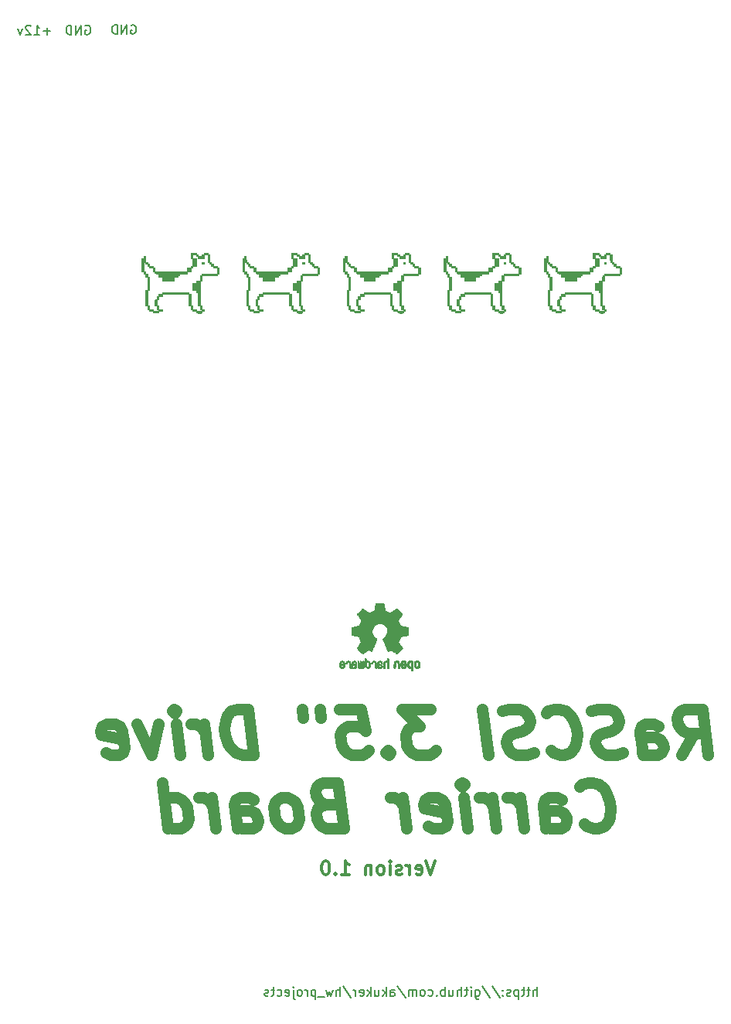
<source format=gbr>
%TF.GenerationSoftware,KiCad,Pcbnew,(6.0.5)*%
%TF.CreationDate,2022-06-02T22:48:02-05:00*%
%TF.ProjectId,rascsi_3p5_holder,72617363-7369-45f3-9370-355f686f6c64,rev?*%
%TF.SameCoordinates,Original*%
%TF.FileFunction,Legend,Bot*%
%TF.FilePolarity,Positive*%
%FSLAX46Y46*%
G04 Gerber Fmt 4.6, Leading zero omitted, Abs format (unit mm)*
G04 Created by KiCad (PCBNEW (6.0.5)) date 2022-06-02 22:48:02*
%MOMM*%
%LPD*%
G01*
G04 APERTURE LIST*
%ADD10C,1.250000*%
%ADD11C,0.300000*%
%ADD12C,0.150000*%
%ADD13C,0.010000*%
G04 APERTURE END LIST*
D10*
X243547172Y-110286904D02*
X244916220Y-107905952D01*
X246404315Y-110286904D02*
X245779315Y-105286904D01*
X243874553Y-105286904D01*
X243428125Y-105525000D01*
X243219791Y-105763095D01*
X243041220Y-106239285D01*
X243130505Y-106953571D01*
X243428125Y-107429761D01*
X243695982Y-107667857D01*
X244201934Y-107905952D01*
X246106696Y-107905952D01*
X239261458Y-110286904D02*
X238934077Y-107667857D01*
X239112648Y-107191666D01*
X239559077Y-106953571D01*
X240511458Y-106953571D01*
X241017410Y-107191666D01*
X239231696Y-110048809D02*
X239737648Y-110286904D01*
X240928125Y-110286904D01*
X241374553Y-110048809D01*
X241553125Y-109572619D01*
X241493601Y-109096428D01*
X241195982Y-108620238D01*
X240690029Y-108382142D01*
X239499553Y-108382142D01*
X238993601Y-108144047D01*
X237088839Y-110048809D02*
X236404315Y-110286904D01*
X235213839Y-110286904D01*
X234707886Y-110048809D01*
X234440029Y-109810714D01*
X234142410Y-109334523D01*
X234082886Y-108858333D01*
X234261458Y-108382142D01*
X234469791Y-108144047D01*
X234916220Y-107905952D01*
X235838839Y-107667857D01*
X236285267Y-107429761D01*
X236493601Y-107191666D01*
X236672172Y-106715476D01*
X236612648Y-106239285D01*
X236315029Y-105763095D01*
X236047172Y-105525000D01*
X235541220Y-105286904D01*
X234350744Y-105286904D01*
X233666220Y-105525000D01*
X229201934Y-109810714D02*
X229469791Y-110048809D01*
X230213839Y-110286904D01*
X230690029Y-110286904D01*
X231374553Y-110048809D01*
X231791220Y-109572619D01*
X231969791Y-109096428D01*
X232088839Y-108144047D01*
X231999553Y-107429761D01*
X231642410Y-106477380D01*
X231344791Y-106001190D01*
X230809077Y-105525000D01*
X230065029Y-105286904D01*
X229588839Y-105286904D01*
X228904315Y-105525000D01*
X228695982Y-105763095D01*
X227326934Y-110048809D02*
X226642410Y-110286904D01*
X225451934Y-110286904D01*
X224945982Y-110048809D01*
X224678125Y-109810714D01*
X224380505Y-109334523D01*
X224320982Y-108858333D01*
X224499553Y-108382142D01*
X224707886Y-108144047D01*
X225154315Y-107905952D01*
X226076934Y-107667857D01*
X226523363Y-107429761D01*
X226731696Y-107191666D01*
X226910267Y-106715476D01*
X226850744Y-106239285D01*
X226553125Y-105763095D01*
X226285267Y-105525000D01*
X225779315Y-105286904D01*
X224588839Y-105286904D01*
X223904315Y-105525000D01*
X222356696Y-110286904D02*
X221731696Y-105286904D01*
X216017410Y-105286904D02*
X212922172Y-105286904D01*
X214826934Y-107191666D01*
X214112648Y-107191666D01*
X213666220Y-107429761D01*
X213457886Y-107667857D01*
X213279315Y-108144047D01*
X213428125Y-109334523D01*
X213725744Y-109810714D01*
X213993601Y-110048809D01*
X214499553Y-110286904D01*
X215928125Y-110286904D01*
X216374553Y-110048809D01*
X216582886Y-109810714D01*
X211344791Y-109810714D02*
X211136458Y-110048809D01*
X211404315Y-110286904D01*
X211612648Y-110048809D01*
X211344791Y-109810714D01*
X211404315Y-110286904D01*
X206017410Y-105286904D02*
X208398363Y-105286904D01*
X208934077Y-107667857D01*
X208666220Y-107429761D01*
X208160267Y-107191666D01*
X206969791Y-107191666D01*
X206523363Y-107429761D01*
X206315029Y-107667857D01*
X206136458Y-108144047D01*
X206285267Y-109334523D01*
X206582886Y-109810714D01*
X206850744Y-110048809D01*
X207356696Y-110286904D01*
X208547172Y-110286904D01*
X208993601Y-110048809D01*
X209201934Y-109810714D01*
X203874553Y-105286904D02*
X203993601Y-106239285D01*
X201969791Y-105286904D02*
X202088839Y-106239285D01*
X196642410Y-110286904D02*
X196017410Y-105286904D01*
X194826934Y-105286904D01*
X194142410Y-105525000D01*
X193725744Y-106001190D01*
X193547172Y-106477380D01*
X193428125Y-107429761D01*
X193517410Y-108144047D01*
X193874553Y-109096428D01*
X194172172Y-109572619D01*
X194707886Y-110048809D01*
X195451934Y-110286904D01*
X196642410Y-110286904D01*
X191642410Y-110286904D02*
X191225744Y-106953571D01*
X191344791Y-107905952D02*
X191047172Y-107429761D01*
X190779315Y-107191666D01*
X190273363Y-106953571D01*
X189797172Y-106953571D01*
X188547172Y-110286904D02*
X188130505Y-106953571D01*
X187922172Y-105286904D02*
X188190029Y-105525000D01*
X187981696Y-105763095D01*
X187713839Y-105525000D01*
X187922172Y-105286904D01*
X187981696Y-105763095D01*
X186225744Y-106953571D02*
X185451934Y-110286904D01*
X183844791Y-106953571D01*
X180422172Y-110048809D02*
X180928125Y-110286904D01*
X181880505Y-110286904D01*
X182326934Y-110048809D01*
X182505505Y-109572619D01*
X182267410Y-107667857D01*
X181969791Y-107191666D01*
X181463839Y-106953571D01*
X180511458Y-106953571D01*
X180065029Y-107191666D01*
X179886458Y-107667857D01*
X179945982Y-108144047D01*
X182386458Y-108620238D01*
X232892410Y-117860714D02*
X233160267Y-118098809D01*
X233904315Y-118336904D01*
X234380505Y-118336904D01*
X235065029Y-118098809D01*
X235481696Y-117622619D01*
X235660267Y-117146428D01*
X235779315Y-116194047D01*
X235690029Y-115479761D01*
X235332886Y-114527380D01*
X235035267Y-114051190D01*
X234499553Y-113575000D01*
X233755505Y-113336904D01*
X233279315Y-113336904D01*
X232594791Y-113575000D01*
X232386458Y-113813095D01*
X228666220Y-118336904D02*
X228338839Y-115717857D01*
X228517410Y-115241666D01*
X228963839Y-115003571D01*
X229916220Y-115003571D01*
X230422172Y-115241666D01*
X228636458Y-118098809D02*
X229142410Y-118336904D01*
X230332886Y-118336904D01*
X230779315Y-118098809D01*
X230957886Y-117622619D01*
X230898363Y-117146428D01*
X230600744Y-116670238D01*
X230094791Y-116432142D01*
X228904315Y-116432142D01*
X228398363Y-116194047D01*
X226285267Y-118336904D02*
X225868601Y-115003571D01*
X225987648Y-115955952D02*
X225690029Y-115479761D01*
X225422172Y-115241666D01*
X224916220Y-115003571D01*
X224440029Y-115003571D01*
X223190029Y-118336904D02*
X222773363Y-115003571D01*
X222892410Y-115955952D02*
X222594791Y-115479761D01*
X222326934Y-115241666D01*
X221820982Y-115003571D01*
X221344791Y-115003571D01*
X220094791Y-118336904D02*
X219678125Y-115003571D01*
X219469791Y-113336904D02*
X219737648Y-113575000D01*
X219529315Y-113813095D01*
X219261458Y-113575000D01*
X219469791Y-113336904D01*
X219529315Y-113813095D01*
X215779315Y-118098809D02*
X216285267Y-118336904D01*
X217237648Y-118336904D01*
X217684077Y-118098809D01*
X217862648Y-117622619D01*
X217624553Y-115717857D01*
X217326934Y-115241666D01*
X216820982Y-115003571D01*
X215868601Y-115003571D01*
X215422172Y-115241666D01*
X215243601Y-115717857D01*
X215303125Y-116194047D01*
X217743601Y-116670238D01*
X213428125Y-118336904D02*
X213011458Y-115003571D01*
X213130505Y-115955952D02*
X212832886Y-115479761D01*
X212565029Y-115241666D01*
X212059077Y-115003571D01*
X211582886Y-115003571D01*
X204529315Y-115717857D02*
X203844791Y-115955952D01*
X203636458Y-116194047D01*
X203457886Y-116670238D01*
X203547172Y-117384523D01*
X203844791Y-117860714D01*
X204112648Y-118098809D01*
X204618601Y-118336904D01*
X206523363Y-118336904D01*
X205898363Y-113336904D01*
X204231696Y-113336904D01*
X203785267Y-113575000D01*
X203576934Y-113813095D01*
X203398363Y-114289285D01*
X203457886Y-114765476D01*
X203755505Y-115241666D01*
X204023363Y-115479761D01*
X204529315Y-115717857D01*
X206195982Y-115717857D01*
X200809077Y-118336904D02*
X201255505Y-118098809D01*
X201463839Y-117860714D01*
X201642410Y-117384523D01*
X201463839Y-115955952D01*
X201166220Y-115479761D01*
X200898363Y-115241666D01*
X200392410Y-115003571D01*
X199678125Y-115003571D01*
X199231696Y-115241666D01*
X199023363Y-115479761D01*
X198844791Y-115955952D01*
X199023363Y-117384523D01*
X199320982Y-117860714D01*
X199588839Y-118098809D01*
X200094791Y-118336904D01*
X200809077Y-118336904D01*
X194856696Y-118336904D02*
X194529315Y-115717857D01*
X194707886Y-115241666D01*
X195154315Y-115003571D01*
X196106696Y-115003571D01*
X196612648Y-115241666D01*
X194826934Y-118098809D02*
X195332886Y-118336904D01*
X196523363Y-118336904D01*
X196969791Y-118098809D01*
X197148363Y-117622619D01*
X197088839Y-117146428D01*
X196791220Y-116670238D01*
X196285267Y-116432142D01*
X195094791Y-116432142D01*
X194588839Y-116194047D01*
X192475744Y-118336904D02*
X192059077Y-115003571D01*
X192178125Y-115955952D02*
X191880505Y-115479761D01*
X191612648Y-115241666D01*
X191106696Y-115003571D01*
X190630505Y-115003571D01*
X187237648Y-118336904D02*
X186612648Y-113336904D01*
X187207886Y-118098809D02*
X187713839Y-118336904D01*
X188666220Y-118336904D01*
X189112648Y-118098809D01*
X189320982Y-117860714D01*
X189499553Y-117384523D01*
X189320982Y-115955952D01*
X189023363Y-115479761D01*
X188755505Y-115241666D01*
X188249553Y-115003571D01*
X187297172Y-115003571D01*
X186850744Y-115241666D01*
D11*
X216535714Y-121928571D02*
X216035714Y-123428571D01*
X215535714Y-121928571D01*
X214464285Y-123357142D02*
X214607142Y-123428571D01*
X214892857Y-123428571D01*
X215035714Y-123357142D01*
X215107142Y-123214285D01*
X215107142Y-122642857D01*
X215035714Y-122500000D01*
X214892857Y-122428571D01*
X214607142Y-122428571D01*
X214464285Y-122500000D01*
X214392857Y-122642857D01*
X214392857Y-122785714D01*
X215107142Y-122928571D01*
X213750000Y-123428571D02*
X213750000Y-122428571D01*
X213750000Y-122714285D02*
X213678571Y-122571428D01*
X213607142Y-122500000D01*
X213464285Y-122428571D01*
X213321428Y-122428571D01*
X212892857Y-123357142D02*
X212750000Y-123428571D01*
X212464285Y-123428571D01*
X212321428Y-123357142D01*
X212250000Y-123214285D01*
X212250000Y-123142857D01*
X212321428Y-123000000D01*
X212464285Y-122928571D01*
X212678571Y-122928571D01*
X212821428Y-122857142D01*
X212892857Y-122714285D01*
X212892857Y-122642857D01*
X212821428Y-122500000D01*
X212678571Y-122428571D01*
X212464285Y-122428571D01*
X212321428Y-122500000D01*
X211607142Y-123428571D02*
X211607142Y-122428571D01*
X211607142Y-121928571D02*
X211678571Y-122000000D01*
X211607142Y-122071428D01*
X211535714Y-122000000D01*
X211607142Y-121928571D01*
X211607142Y-122071428D01*
X210678571Y-123428571D02*
X210821428Y-123357142D01*
X210892857Y-123285714D01*
X210964285Y-123142857D01*
X210964285Y-122714285D01*
X210892857Y-122571428D01*
X210821428Y-122500000D01*
X210678571Y-122428571D01*
X210464285Y-122428571D01*
X210321428Y-122500000D01*
X210250000Y-122571428D01*
X210178571Y-122714285D01*
X210178571Y-123142857D01*
X210250000Y-123285714D01*
X210321428Y-123357142D01*
X210464285Y-123428571D01*
X210678571Y-123428571D01*
X209535714Y-122428571D02*
X209535714Y-123428571D01*
X209535714Y-122571428D02*
X209464285Y-122500000D01*
X209321428Y-122428571D01*
X209107142Y-122428571D01*
X208964285Y-122500000D01*
X208892857Y-122642857D01*
X208892857Y-123428571D01*
X206250000Y-123428571D02*
X207107142Y-123428571D01*
X206678571Y-123428571D02*
X206678571Y-121928571D01*
X206821428Y-122142857D01*
X206964285Y-122285714D01*
X207107142Y-122357142D01*
X205607142Y-123285714D02*
X205535714Y-123357142D01*
X205607142Y-123428571D01*
X205678571Y-123357142D01*
X205607142Y-123285714D01*
X205607142Y-123428571D01*
X204607142Y-121928571D02*
X204464285Y-121928571D01*
X204321428Y-122000000D01*
X204250000Y-122071428D01*
X204178571Y-122214285D01*
X204107142Y-122500000D01*
X204107142Y-122857142D01*
X204178571Y-123142857D01*
X204250000Y-123285714D01*
X204321428Y-123357142D01*
X204464285Y-123428571D01*
X204607142Y-123428571D01*
X204750000Y-123357142D01*
X204821428Y-123285714D01*
X204892857Y-123142857D01*
X204964285Y-122857142D01*
X204964285Y-122500000D01*
X204892857Y-122214285D01*
X204821428Y-122071428D01*
X204750000Y-122000000D01*
X204607142Y-121928571D01*
D12*
X178211904Y-30500000D02*
X178307142Y-30452380D01*
X178450000Y-30452380D01*
X178592857Y-30500000D01*
X178688095Y-30595238D01*
X178735714Y-30690476D01*
X178783333Y-30880952D01*
X178783333Y-31023809D01*
X178735714Y-31214285D01*
X178688095Y-31309523D01*
X178592857Y-31404761D01*
X178450000Y-31452380D01*
X178354761Y-31452380D01*
X178211904Y-31404761D01*
X178164285Y-31357142D01*
X178164285Y-31023809D01*
X178354761Y-31023809D01*
X177735714Y-31452380D02*
X177735714Y-30452380D01*
X177164285Y-31452380D01*
X177164285Y-30452380D01*
X176688095Y-31452380D02*
X176688095Y-30452380D01*
X176450000Y-30452380D01*
X176307142Y-30500000D01*
X176211904Y-30595238D01*
X176164285Y-30690476D01*
X176116666Y-30880952D01*
X176116666Y-31023809D01*
X176164285Y-31214285D01*
X176211904Y-31309523D01*
X176307142Y-31404761D01*
X176450000Y-31452380D01*
X176688095Y-31452380D01*
X174364285Y-31071428D02*
X173602380Y-31071428D01*
X173983333Y-31452380D02*
X173983333Y-30690476D01*
X172602380Y-31452380D02*
X173173809Y-31452380D01*
X172888095Y-31452380D02*
X172888095Y-30452380D01*
X172983333Y-30595238D01*
X173078571Y-30690476D01*
X173173809Y-30738095D01*
X172221428Y-30547619D02*
X172173809Y-30500000D01*
X172078571Y-30452380D01*
X171840476Y-30452380D01*
X171745238Y-30500000D01*
X171697619Y-30547619D01*
X171650000Y-30642857D01*
X171650000Y-30738095D01*
X171697619Y-30880952D01*
X172269047Y-31452380D01*
X171650000Y-31452380D01*
X171316666Y-30785714D02*
X171078571Y-31452380D01*
X170840476Y-30785714D01*
X183211904Y-30450000D02*
X183307142Y-30402380D01*
X183450000Y-30402380D01*
X183592857Y-30450000D01*
X183688095Y-30545238D01*
X183735714Y-30640476D01*
X183783333Y-30830952D01*
X183783333Y-30973809D01*
X183735714Y-31164285D01*
X183688095Y-31259523D01*
X183592857Y-31354761D01*
X183450000Y-31402380D01*
X183354761Y-31402380D01*
X183211904Y-31354761D01*
X183164285Y-31307142D01*
X183164285Y-30973809D01*
X183354761Y-30973809D01*
X182735714Y-31402380D02*
X182735714Y-30402380D01*
X182164285Y-31402380D01*
X182164285Y-30402380D01*
X181688095Y-31402380D02*
X181688095Y-30402380D01*
X181450000Y-30402380D01*
X181307142Y-30450000D01*
X181211904Y-30545238D01*
X181164285Y-30640476D01*
X181116666Y-30830952D01*
X181116666Y-30973809D01*
X181164285Y-31164285D01*
X181211904Y-31259523D01*
X181307142Y-31354761D01*
X181450000Y-31402380D01*
X181688095Y-31402380D01*
X227704761Y-136702380D02*
X227704761Y-135702380D01*
X227276190Y-136702380D02*
X227276190Y-136178571D01*
X227323809Y-136083333D01*
X227419047Y-136035714D01*
X227561904Y-136035714D01*
X227657142Y-136083333D01*
X227704761Y-136130952D01*
X226942857Y-136035714D02*
X226561904Y-136035714D01*
X226800000Y-135702380D02*
X226800000Y-136559523D01*
X226752380Y-136654761D01*
X226657142Y-136702380D01*
X226561904Y-136702380D01*
X226371428Y-136035714D02*
X225990476Y-136035714D01*
X226228571Y-135702380D02*
X226228571Y-136559523D01*
X226180952Y-136654761D01*
X226085714Y-136702380D01*
X225990476Y-136702380D01*
X225657142Y-136035714D02*
X225657142Y-137035714D01*
X225657142Y-136083333D02*
X225561904Y-136035714D01*
X225371428Y-136035714D01*
X225276190Y-136083333D01*
X225228571Y-136130952D01*
X225180952Y-136226190D01*
X225180952Y-136511904D01*
X225228571Y-136607142D01*
X225276190Y-136654761D01*
X225371428Y-136702380D01*
X225561904Y-136702380D01*
X225657142Y-136654761D01*
X224800000Y-136654761D02*
X224704761Y-136702380D01*
X224514285Y-136702380D01*
X224419047Y-136654761D01*
X224371428Y-136559523D01*
X224371428Y-136511904D01*
X224419047Y-136416666D01*
X224514285Y-136369047D01*
X224657142Y-136369047D01*
X224752380Y-136321428D01*
X224800000Y-136226190D01*
X224800000Y-136178571D01*
X224752380Y-136083333D01*
X224657142Y-136035714D01*
X224514285Y-136035714D01*
X224419047Y-136083333D01*
X223942857Y-136607142D02*
X223895238Y-136654761D01*
X223942857Y-136702380D01*
X223990476Y-136654761D01*
X223942857Y-136607142D01*
X223942857Y-136702380D01*
X223942857Y-136083333D02*
X223895238Y-136130952D01*
X223942857Y-136178571D01*
X223990476Y-136130952D01*
X223942857Y-136083333D01*
X223942857Y-136178571D01*
X222752380Y-135654761D02*
X223609523Y-136940476D01*
X221704761Y-135654761D02*
X222561904Y-136940476D01*
X220942857Y-136035714D02*
X220942857Y-136845238D01*
X220990476Y-136940476D01*
X221038095Y-136988095D01*
X221133333Y-137035714D01*
X221276190Y-137035714D01*
X221371428Y-136988095D01*
X220942857Y-136654761D02*
X221038095Y-136702380D01*
X221228571Y-136702380D01*
X221323809Y-136654761D01*
X221371428Y-136607142D01*
X221419047Y-136511904D01*
X221419047Y-136226190D01*
X221371428Y-136130952D01*
X221323809Y-136083333D01*
X221228571Y-136035714D01*
X221038095Y-136035714D01*
X220942857Y-136083333D01*
X220466666Y-136702380D02*
X220466666Y-136035714D01*
X220466666Y-135702380D02*
X220514285Y-135750000D01*
X220466666Y-135797619D01*
X220419047Y-135750000D01*
X220466666Y-135702380D01*
X220466666Y-135797619D01*
X220133333Y-136035714D02*
X219752380Y-136035714D01*
X219990476Y-135702380D02*
X219990476Y-136559523D01*
X219942857Y-136654761D01*
X219847619Y-136702380D01*
X219752380Y-136702380D01*
X219419047Y-136702380D02*
X219419047Y-135702380D01*
X218990476Y-136702380D02*
X218990476Y-136178571D01*
X219038095Y-136083333D01*
X219133333Y-136035714D01*
X219276190Y-136035714D01*
X219371428Y-136083333D01*
X219419047Y-136130952D01*
X218085714Y-136035714D02*
X218085714Y-136702380D01*
X218514285Y-136035714D02*
X218514285Y-136559523D01*
X218466666Y-136654761D01*
X218371428Y-136702380D01*
X218228571Y-136702380D01*
X218133333Y-136654761D01*
X218085714Y-136607142D01*
X217609523Y-136702380D02*
X217609523Y-135702380D01*
X217609523Y-136083333D02*
X217514285Y-136035714D01*
X217323809Y-136035714D01*
X217228571Y-136083333D01*
X217180952Y-136130952D01*
X217133333Y-136226190D01*
X217133333Y-136511904D01*
X217180952Y-136607142D01*
X217228571Y-136654761D01*
X217323809Y-136702380D01*
X217514285Y-136702380D01*
X217609523Y-136654761D01*
X216704761Y-136607142D02*
X216657142Y-136654761D01*
X216704761Y-136702380D01*
X216752380Y-136654761D01*
X216704761Y-136607142D01*
X216704761Y-136702380D01*
X215800000Y-136654761D02*
X215895238Y-136702380D01*
X216085714Y-136702380D01*
X216180952Y-136654761D01*
X216228571Y-136607142D01*
X216276190Y-136511904D01*
X216276190Y-136226190D01*
X216228571Y-136130952D01*
X216180952Y-136083333D01*
X216085714Y-136035714D01*
X215895238Y-136035714D01*
X215800000Y-136083333D01*
X215228571Y-136702380D02*
X215323809Y-136654761D01*
X215371428Y-136607142D01*
X215419047Y-136511904D01*
X215419047Y-136226190D01*
X215371428Y-136130952D01*
X215323809Y-136083333D01*
X215228571Y-136035714D01*
X215085714Y-136035714D01*
X214990476Y-136083333D01*
X214942857Y-136130952D01*
X214895238Y-136226190D01*
X214895238Y-136511904D01*
X214942857Y-136607142D01*
X214990476Y-136654761D01*
X215085714Y-136702380D01*
X215228571Y-136702380D01*
X214466666Y-136702380D02*
X214466666Y-136035714D01*
X214466666Y-136130952D02*
X214419047Y-136083333D01*
X214323809Y-136035714D01*
X214180952Y-136035714D01*
X214085714Y-136083333D01*
X214038095Y-136178571D01*
X214038095Y-136702380D01*
X214038095Y-136178571D02*
X213990476Y-136083333D01*
X213895238Y-136035714D01*
X213752380Y-136035714D01*
X213657142Y-136083333D01*
X213609523Y-136178571D01*
X213609523Y-136702380D01*
X212419047Y-135654761D02*
X213276190Y-136940476D01*
X211657142Y-136702380D02*
X211657142Y-136178571D01*
X211704761Y-136083333D01*
X211800000Y-136035714D01*
X211990476Y-136035714D01*
X212085714Y-136083333D01*
X211657142Y-136654761D02*
X211752380Y-136702380D01*
X211990476Y-136702380D01*
X212085714Y-136654761D01*
X212133333Y-136559523D01*
X212133333Y-136464285D01*
X212085714Y-136369047D01*
X211990476Y-136321428D01*
X211752380Y-136321428D01*
X211657142Y-136273809D01*
X211180952Y-136702380D02*
X211180952Y-135702380D01*
X211085714Y-136321428D02*
X210800000Y-136702380D01*
X210800000Y-136035714D02*
X211180952Y-136416666D01*
X209942857Y-136035714D02*
X209942857Y-136702380D01*
X210371428Y-136035714D02*
X210371428Y-136559523D01*
X210323809Y-136654761D01*
X210228571Y-136702380D01*
X210085714Y-136702380D01*
X209990476Y-136654761D01*
X209942857Y-136607142D01*
X209466666Y-136702380D02*
X209466666Y-135702380D01*
X209371428Y-136321428D02*
X209085714Y-136702380D01*
X209085714Y-136035714D02*
X209466666Y-136416666D01*
X208276190Y-136654761D02*
X208371428Y-136702380D01*
X208561904Y-136702380D01*
X208657142Y-136654761D01*
X208704761Y-136559523D01*
X208704761Y-136178571D01*
X208657142Y-136083333D01*
X208561904Y-136035714D01*
X208371428Y-136035714D01*
X208276190Y-136083333D01*
X208228571Y-136178571D01*
X208228571Y-136273809D01*
X208704761Y-136369047D01*
X207800000Y-136702380D02*
X207800000Y-136035714D01*
X207800000Y-136226190D02*
X207752380Y-136130952D01*
X207704761Y-136083333D01*
X207609523Y-136035714D01*
X207514285Y-136035714D01*
X206466666Y-135654761D02*
X207323809Y-136940476D01*
X206133333Y-136702380D02*
X206133333Y-135702380D01*
X205704761Y-136702380D02*
X205704761Y-136178571D01*
X205752380Y-136083333D01*
X205847619Y-136035714D01*
X205990476Y-136035714D01*
X206085714Y-136083333D01*
X206133333Y-136130952D01*
X205323809Y-136035714D02*
X205133333Y-136702380D01*
X204942857Y-136226190D01*
X204752380Y-136702380D01*
X204561904Y-136035714D01*
X204419047Y-136797619D02*
X203657142Y-136797619D01*
X203419047Y-136035714D02*
X203419047Y-137035714D01*
X203419047Y-136083333D02*
X203323809Y-136035714D01*
X203133333Y-136035714D01*
X203038095Y-136083333D01*
X202990476Y-136130952D01*
X202942857Y-136226190D01*
X202942857Y-136511904D01*
X202990476Y-136607142D01*
X203038095Y-136654761D01*
X203133333Y-136702380D01*
X203323809Y-136702380D01*
X203419047Y-136654761D01*
X202514285Y-136702380D02*
X202514285Y-136035714D01*
X202514285Y-136226190D02*
X202466666Y-136130952D01*
X202419047Y-136083333D01*
X202323809Y-136035714D01*
X202228571Y-136035714D01*
X201752380Y-136702380D02*
X201847619Y-136654761D01*
X201895238Y-136607142D01*
X201942857Y-136511904D01*
X201942857Y-136226190D01*
X201895238Y-136130952D01*
X201847619Y-136083333D01*
X201752380Y-136035714D01*
X201609523Y-136035714D01*
X201514285Y-136083333D01*
X201466666Y-136130952D01*
X201419047Y-136226190D01*
X201419047Y-136511904D01*
X201466666Y-136607142D01*
X201514285Y-136654761D01*
X201609523Y-136702380D01*
X201752380Y-136702380D01*
X200990476Y-136035714D02*
X200990476Y-136892857D01*
X201038095Y-136988095D01*
X201133333Y-137035714D01*
X201180952Y-137035714D01*
X200990476Y-135702380D02*
X201038095Y-135750000D01*
X200990476Y-135797619D01*
X200942857Y-135750000D01*
X200990476Y-135702380D01*
X200990476Y-135797619D01*
X200133333Y-136654761D02*
X200228571Y-136702380D01*
X200419047Y-136702380D01*
X200514285Y-136654761D01*
X200561904Y-136559523D01*
X200561904Y-136178571D01*
X200514285Y-136083333D01*
X200419047Y-136035714D01*
X200228571Y-136035714D01*
X200133333Y-136083333D01*
X200085714Y-136178571D01*
X200085714Y-136273809D01*
X200561904Y-136369047D01*
X199228571Y-136654761D02*
X199323809Y-136702380D01*
X199514285Y-136702380D01*
X199609523Y-136654761D01*
X199657142Y-136607142D01*
X199704761Y-136511904D01*
X199704761Y-136226190D01*
X199657142Y-136130952D01*
X199609523Y-136083333D01*
X199514285Y-136035714D01*
X199323809Y-136035714D01*
X199228571Y-136083333D01*
X198942857Y-136035714D02*
X198561904Y-136035714D01*
X198800000Y-135702380D02*
X198800000Y-136559523D01*
X198752380Y-136654761D01*
X198657142Y-136702380D01*
X198561904Y-136702380D01*
X198276190Y-136654761D02*
X198180952Y-136702380D01*
X197990476Y-136702380D01*
X197895238Y-136654761D01*
X197847619Y-136559523D01*
X197847619Y-136511904D01*
X197895238Y-136416666D01*
X197990476Y-136369047D01*
X198133333Y-136369047D01*
X198228571Y-136321428D01*
X198276190Y-136226190D01*
X198276190Y-136178571D01*
X198228571Y-136083333D01*
X198133333Y-136035714D01*
X197990476Y-136035714D01*
X197895238Y-136083333D01*
%TO.C,G\u002A\u002A\u002A*%
G36*
X208093067Y-61122267D02*
G01*
X208279334Y-61122267D01*
X208279334Y-61511734D01*
X208093067Y-61511734D01*
X208093067Y-61123883D01*
X207987234Y-61118842D01*
X207881400Y-61113801D01*
X207876764Y-60810249D01*
X207876289Y-60776561D01*
X207875591Y-60669218D01*
X207876782Y-60590950D01*
X207880063Y-60537999D01*
X207885635Y-60506604D01*
X207893697Y-60493008D01*
X207907244Y-60488114D01*
X207949396Y-60481687D01*
X208004167Y-60479060D01*
X208093067Y-60478801D01*
X208093067Y-61122267D01*
G37*
D13*
X208093067Y-61122267D02*
X208279334Y-61122267D01*
X208279334Y-61511734D01*
X208093067Y-61511734D01*
X208093067Y-61123883D01*
X207987234Y-61118842D01*
X207881400Y-61113801D01*
X207876764Y-60810249D01*
X207876289Y-60776561D01*
X207875591Y-60669218D01*
X207876782Y-60590950D01*
X207880063Y-60537999D01*
X207885635Y-60506604D01*
X207893697Y-60493008D01*
X207907244Y-60488114D01*
X207949396Y-60481687D01*
X208004167Y-60479060D01*
X208093067Y-60478801D01*
X208093067Y-61122267D01*
G36*
X212411067Y-61714934D02*
G01*
X213020667Y-61714934D01*
X213020667Y-61813712D01*
X213019537Y-61857102D01*
X213015298Y-61902101D01*
X213008992Y-61924164D01*
X212996055Y-61927033D01*
X212953713Y-61929857D01*
X212887804Y-61931587D01*
X212804113Y-61932087D01*
X212708425Y-61931220D01*
X212419533Y-61926600D01*
X212409451Y-61714934D01*
X211987733Y-61714934D01*
X211987733Y-61511734D01*
X212411067Y-61511734D01*
X212411067Y-61714934D01*
G37*
X212411067Y-61714934D02*
X213020667Y-61714934D01*
X213020667Y-61813712D01*
X213019537Y-61857102D01*
X213015298Y-61902101D01*
X213008992Y-61924164D01*
X212996055Y-61927033D01*
X212953713Y-61929857D01*
X212887804Y-61931587D01*
X212804113Y-61932087D01*
X212708425Y-61931220D01*
X212419533Y-61926600D01*
X212409451Y-61714934D01*
X211987733Y-61714934D01*
X211987733Y-61511734D01*
X212411067Y-61511734D01*
X212411067Y-61714934D01*
G36*
X211784533Y-57396934D02*
G01*
X211378134Y-57396934D01*
X211378134Y-56990534D01*
X211784533Y-56990534D01*
X211784533Y-57396934D01*
G37*
X211784533Y-57396934D02*
X211378134Y-57396934D01*
X211378134Y-56990534D01*
X211784533Y-56990534D01*
X211784533Y-57396934D01*
G36*
X214680133Y-56990534D02*
G01*
X214256800Y-56990534D01*
X214256800Y-56804267D01*
X214680133Y-56804267D01*
X214680133Y-56990534D01*
G37*
X214680133Y-56990534D02*
X214256800Y-56990534D01*
X214256800Y-56804267D01*
X214680133Y-56804267D01*
X214680133Y-56990534D01*
G36*
X206751929Y-55740880D02*
G01*
X206848467Y-55745934D01*
X206857681Y-56380934D01*
X207043200Y-56380934D01*
X207043200Y-56584134D01*
X207246400Y-56584134D01*
X207246400Y-56804267D01*
X207669734Y-56804267D01*
X207669734Y-56990534D01*
X207871859Y-56990534D01*
X207876629Y-57189500D01*
X207881400Y-57388467D01*
X209629767Y-57392780D01*
X211378134Y-57397092D01*
X211378134Y-57617067D01*
X210548400Y-57617067D01*
X210548400Y-57820267D01*
X210362133Y-57820267D01*
X210362133Y-58006534D01*
X209938800Y-58006534D01*
X209938800Y-58429867D01*
X208703709Y-58429867D01*
X208698955Y-58222434D01*
X208694200Y-58015001D01*
X208279334Y-58005491D01*
X208279334Y-57618142D01*
X208080367Y-57613371D01*
X207881400Y-57608601D01*
X207881400Y-57396872D01*
X207669734Y-57396934D01*
X207669734Y-56991576D01*
X207462300Y-56986822D01*
X207254867Y-56982067D01*
X207249777Y-56893987D01*
X207244687Y-56805906D01*
X207148177Y-56800853D01*
X207051667Y-56795801D01*
X207046625Y-56689967D01*
X207041584Y-56584134D01*
X206856934Y-56584134D01*
X206856934Y-56380934D01*
X206653734Y-56380934D01*
X206653734Y-57396934D01*
X206433233Y-57396934D01*
X206437650Y-56681501D01*
X206442067Y-55966067D01*
X206543667Y-55957601D01*
X206645267Y-55949134D01*
X206650329Y-55842480D01*
X206655392Y-55735827D01*
X206751929Y-55740880D01*
G37*
X206751929Y-55740880D02*
X206848467Y-55745934D01*
X206857681Y-56380934D01*
X207043200Y-56380934D01*
X207043200Y-56584134D01*
X207246400Y-56584134D01*
X207246400Y-56804267D01*
X207669734Y-56804267D01*
X207669734Y-56990534D01*
X207871859Y-56990534D01*
X207876629Y-57189500D01*
X207881400Y-57388467D01*
X209629767Y-57392780D01*
X211378134Y-57397092D01*
X211378134Y-57617067D01*
X210548400Y-57617067D01*
X210548400Y-57820267D01*
X210362133Y-57820267D01*
X210362133Y-58006534D01*
X209938800Y-58006534D01*
X209938800Y-58429867D01*
X208703709Y-58429867D01*
X208698955Y-58222434D01*
X208694200Y-58015001D01*
X208279334Y-58005491D01*
X208279334Y-57618142D01*
X208080367Y-57613371D01*
X207881400Y-57608601D01*
X207881400Y-57396872D01*
X207669734Y-57396934D01*
X207669734Y-56991576D01*
X207462300Y-56986822D01*
X207254867Y-56982067D01*
X207249777Y-56893987D01*
X207244687Y-56805906D01*
X207148177Y-56800853D01*
X207051667Y-56795801D01*
X207046625Y-56689967D01*
X207041584Y-56584134D01*
X206856934Y-56584134D01*
X206856934Y-56380934D01*
X206653734Y-56380934D01*
X206653734Y-57396934D01*
X206433233Y-57396934D01*
X206437650Y-56681501D01*
X206442067Y-55966067D01*
X206543667Y-55957601D01*
X206645267Y-55949134D01*
X206650329Y-55842480D01*
X206655392Y-55735827D01*
X206751929Y-55740880D01*
G36*
X207043200Y-58006534D02*
G01*
X206856934Y-58006534D01*
X206856934Y-57617067D01*
X207043200Y-57617067D01*
X207043200Y-58006534D01*
G37*
X207043200Y-58006534D02*
X206856934Y-58006534D01*
X206856934Y-57617067D01*
X207043200Y-57617067D01*
X207043200Y-58006534D01*
G36*
X212411067Y-55551201D02*
G01*
X211987733Y-55551201D01*
X211987733Y-55957601D01*
X211784533Y-55957601D01*
X211784533Y-55348001D01*
X212411067Y-55348001D01*
X212411067Y-55551201D01*
G37*
X212411067Y-55551201D02*
X211987733Y-55551201D01*
X211987733Y-55957601D01*
X211784533Y-55957601D01*
X211784533Y-55348001D01*
X212411067Y-55348001D01*
X212411067Y-55551201D01*
G36*
X212614267Y-55737467D02*
G01*
X213020667Y-55737467D01*
X213020667Y-55551201D01*
X213223867Y-55551201D01*
X213223867Y-55958382D01*
X212622733Y-55949134D01*
X212617692Y-55843300D01*
X212612651Y-55737467D01*
X212411067Y-55737467D01*
X212411067Y-55551201D01*
X212614267Y-55551201D01*
X212614267Y-55737467D01*
G37*
X212614267Y-55737467D02*
X213020667Y-55737467D01*
X213020667Y-55551201D01*
X213223867Y-55551201D01*
X213223867Y-55958382D01*
X212622733Y-55949134D01*
X212617692Y-55843300D01*
X212612651Y-55737467D01*
X212411067Y-55737467D01*
X212411067Y-55551201D01*
X212614267Y-55551201D01*
X212614267Y-55737467D01*
G36*
X213647200Y-55551201D02*
G01*
X213833467Y-55551201D01*
X213833467Y-56380934D01*
X214056608Y-56380934D01*
X214045134Y-56584196D01*
X214256800Y-56584134D01*
X214256800Y-56804267D01*
X214055216Y-56804267D01*
X214045134Y-56592601D01*
X213939300Y-56587559D01*
X213833467Y-56582518D01*
X213833467Y-56382704D01*
X213744567Y-56377585D01*
X213655667Y-56372467D01*
X213651132Y-55961834D01*
X213646598Y-55551201D01*
X213223867Y-55551201D01*
X213223867Y-55348001D01*
X213647200Y-55348001D01*
X213647200Y-55551201D01*
G37*
X213647200Y-55551201D02*
X213833467Y-55551201D01*
X213833467Y-56380934D01*
X214056608Y-56380934D01*
X214045134Y-56584196D01*
X214256800Y-56584134D01*
X214256800Y-56804267D01*
X214055216Y-56804267D01*
X214045134Y-56592601D01*
X213939300Y-56587559D01*
X213833467Y-56582518D01*
X213833467Y-56382704D01*
X213744567Y-56377585D01*
X213655667Y-56372467D01*
X213651132Y-55961834D01*
X213646598Y-55551201D01*
X213223867Y-55551201D01*
X213223867Y-55348001D01*
X213647200Y-55348001D01*
X213647200Y-55551201D01*
G36*
X207246400Y-61511734D02*
G01*
X207043200Y-61511734D01*
X207043200Y-61122267D01*
X207246400Y-61122267D01*
X207246400Y-61511734D01*
G37*
X207246400Y-61511734D02*
X207043200Y-61511734D01*
X207043200Y-61122267D01*
X207246400Y-61122267D01*
X207246400Y-61511734D01*
G36*
X213223867Y-61714934D02*
G01*
X213020667Y-61714934D01*
X213020667Y-61511734D01*
X213223867Y-61511734D01*
X213223867Y-61714934D01*
G37*
X213223867Y-61714934D02*
X213020667Y-61714934D01*
X213020667Y-61511734D01*
X213223867Y-61511734D01*
X213223867Y-61714934D01*
G36*
X213223867Y-56584134D02*
G01*
X213020667Y-56584134D01*
X213020667Y-56380934D01*
X213223867Y-56380934D01*
X213223867Y-56584134D01*
G37*
X213223867Y-56584134D02*
X213020667Y-56584134D01*
X213020667Y-56380934D01*
X213223867Y-56380934D01*
X213223867Y-56584134D01*
G36*
X207669734Y-61714934D02*
G01*
X208279334Y-61714934D01*
X208279334Y-61511734D01*
X208702667Y-61511734D01*
X208702667Y-61714934D01*
X208280950Y-61714934D01*
X208275908Y-61820767D01*
X208270867Y-61926600D01*
X207678200Y-61926600D01*
X207673159Y-61820767D01*
X207668117Y-61714934D01*
X207246400Y-61714934D01*
X207246400Y-61511734D01*
X207669734Y-61511734D01*
X207669734Y-61714934D01*
G37*
X207669734Y-61714934D02*
X208279334Y-61714934D01*
X208279334Y-61511734D01*
X208702667Y-61511734D01*
X208702667Y-61714934D01*
X208280950Y-61714934D01*
X208275908Y-61820767D01*
X208270867Y-61926600D01*
X207678200Y-61926600D01*
X207673159Y-61820767D01*
X207668117Y-61714934D01*
X207246400Y-61714934D01*
X207246400Y-61511734D01*
X207669734Y-61511734D01*
X207669734Y-61714934D01*
G36*
X211987733Y-61511734D02*
G01*
X211784533Y-61511734D01*
X211784533Y-61122267D01*
X211987733Y-61122267D01*
X211987733Y-61511734D01*
G37*
X211987733Y-61511734D02*
X211784533Y-61511734D01*
X211784533Y-61122267D01*
X211987733Y-61122267D01*
X211987733Y-61511734D01*
G36*
X214883333Y-57617067D02*
G01*
X214680133Y-57617067D01*
X214680133Y-56990534D01*
X214883333Y-56990534D01*
X214883333Y-57617067D01*
G37*
X214883333Y-57617067D02*
X214680133Y-57617067D01*
X214680133Y-56990534D01*
X214883333Y-56990534D01*
X214883333Y-57617067D01*
G36*
X207246400Y-59462800D02*
G01*
X207043200Y-59462800D01*
X207043200Y-58006534D01*
X207246400Y-58006534D01*
X207246400Y-59462800D01*
G37*
X207246400Y-59462800D02*
X207043200Y-59462800D01*
X207043200Y-58006534D01*
X207246400Y-58006534D01*
X207246400Y-59462800D01*
G36*
X206856934Y-57617067D02*
G01*
X206653734Y-57617067D01*
X206653734Y-57396934D01*
X206856934Y-57396934D01*
X206856934Y-57617067D01*
G37*
X206856934Y-57617067D02*
X206653734Y-57617067D01*
X206653734Y-57396934D01*
X206856934Y-57396934D01*
X206856934Y-57617067D01*
G36*
X214680133Y-57820267D02*
G01*
X213021448Y-57820267D01*
X213012200Y-58421401D01*
X212800534Y-58431483D01*
X212800534Y-61122267D01*
X213020667Y-61122267D01*
X213020667Y-61511734D01*
X212800534Y-61511734D01*
X212800534Y-61124037D01*
X212711633Y-61118919D01*
X212622733Y-61113801D01*
X212613903Y-59666001D01*
X212411067Y-59666001D01*
X212411067Y-59462800D01*
X211987733Y-59462800D01*
X211987733Y-58651043D01*
X212195167Y-58646288D01*
X212402600Y-58641534D01*
X212407642Y-58535701D01*
X212412683Y-58429867D01*
X212799752Y-58429867D01*
X212804376Y-58129301D01*
X212809000Y-57828734D01*
X212914834Y-57823692D01*
X213020667Y-57818651D01*
X213020667Y-57617067D01*
X214680133Y-57617067D01*
X214680133Y-57820267D01*
G37*
X214680133Y-57820267D02*
X213021448Y-57820267D01*
X213012200Y-58421401D01*
X212800534Y-58431483D01*
X212800534Y-61122267D01*
X213020667Y-61122267D01*
X213020667Y-61511734D01*
X212800534Y-61511734D01*
X212800534Y-61124037D01*
X212711633Y-61118919D01*
X212622733Y-61113801D01*
X212613903Y-59666001D01*
X212411067Y-59666001D01*
X212411067Y-59462800D01*
X211987733Y-59462800D01*
X211987733Y-58651043D01*
X212195167Y-58646288D01*
X212402600Y-58641534D01*
X212407642Y-58535701D01*
X212412683Y-58429867D01*
X212799752Y-58429867D01*
X212804376Y-58129301D01*
X212809000Y-57828734D01*
X212914834Y-57823692D01*
X213020667Y-57818651D01*
X213020667Y-57617067D01*
X214680133Y-57617067D01*
X214680133Y-57820267D01*
G36*
X212407129Y-56376700D02*
G01*
X212402600Y-56795801D01*
X212195167Y-56800555D01*
X211987733Y-56805310D01*
X211987733Y-56990534D01*
X211784533Y-56990534D01*
X211784533Y-56804267D01*
X211987733Y-56804267D01*
X211987733Y-55957601D01*
X212411658Y-55957601D01*
X212407129Y-56376700D01*
G37*
X212407129Y-56376700D02*
X212402600Y-56795801D01*
X212195167Y-56800555D01*
X211987733Y-56805310D01*
X211987733Y-56990534D01*
X211784533Y-56990534D01*
X211784533Y-56804267D01*
X211987733Y-56804267D01*
X211987733Y-55957601D01*
X212411658Y-55957601D01*
X212407129Y-56376700D01*
G36*
X211572867Y-59674467D02*
G01*
X211577945Y-59771834D01*
X211583024Y-59869201D01*
X211784533Y-59869201D01*
X211784533Y-61122267D01*
X211581334Y-61122267D01*
X211581334Y-59869201D01*
X208702667Y-59869201D01*
X208702667Y-60089334D01*
X208279334Y-60089334D01*
X208279334Y-60478801D01*
X208093067Y-60478801D01*
X208093067Y-60089334D01*
X208277717Y-60089334D01*
X208282759Y-59983501D01*
X208287800Y-59877667D01*
X208495233Y-59872913D01*
X208702667Y-59868158D01*
X208702667Y-59665809D01*
X211572867Y-59674467D01*
G37*
X211572867Y-59674467D02*
X211577945Y-59771834D01*
X211583024Y-59869201D01*
X211784533Y-59869201D01*
X211784533Y-61122267D01*
X211581334Y-61122267D01*
X211581334Y-59869201D01*
X208702667Y-59869201D01*
X208702667Y-60089334D01*
X208279334Y-60089334D01*
X208279334Y-60478801D01*
X208093067Y-60478801D01*
X208093067Y-60089334D01*
X208277717Y-60089334D01*
X208282759Y-59983501D01*
X208287800Y-59877667D01*
X208495233Y-59872913D01*
X208702667Y-59868158D01*
X208702667Y-59665809D01*
X211572867Y-59674467D01*
G36*
X207043200Y-61122267D02*
G01*
X206856934Y-61122267D01*
X206856934Y-59462800D01*
X207043200Y-59462800D01*
X207043200Y-61122267D01*
G37*
X207043200Y-61122267D02*
X206856934Y-61122267D01*
X206856934Y-59462800D01*
X207043200Y-59462800D01*
X207043200Y-61122267D01*
G36*
X219118067Y-61122267D02*
G01*
X219304334Y-61122267D01*
X219304334Y-61511734D01*
X219118067Y-61511734D01*
X219118067Y-61123883D01*
X219012234Y-61118842D01*
X218906400Y-61113801D01*
X218901764Y-60810249D01*
X218901289Y-60776561D01*
X218900591Y-60669218D01*
X218901782Y-60590950D01*
X218905063Y-60537999D01*
X218910635Y-60506604D01*
X218918697Y-60493008D01*
X218932244Y-60488114D01*
X218974396Y-60481687D01*
X219029167Y-60479060D01*
X219118067Y-60478801D01*
X219118067Y-61122267D01*
G37*
X219118067Y-61122267D02*
X219304334Y-61122267D01*
X219304334Y-61511734D01*
X219118067Y-61511734D01*
X219118067Y-61123883D01*
X219012234Y-61118842D01*
X218906400Y-61113801D01*
X218901764Y-60810249D01*
X218901289Y-60776561D01*
X218900591Y-60669218D01*
X218901782Y-60590950D01*
X218905063Y-60537999D01*
X218910635Y-60506604D01*
X218918697Y-60493008D01*
X218932244Y-60488114D01*
X218974396Y-60481687D01*
X219029167Y-60479060D01*
X219118067Y-60478801D01*
X219118067Y-61122267D01*
G36*
X223436067Y-61714934D02*
G01*
X224045667Y-61714934D01*
X224045667Y-61813712D01*
X224044537Y-61857102D01*
X224040298Y-61902101D01*
X224033992Y-61924164D01*
X224021055Y-61927033D01*
X223978713Y-61929857D01*
X223912804Y-61931587D01*
X223829113Y-61932087D01*
X223733425Y-61931220D01*
X223444533Y-61926600D01*
X223434451Y-61714934D01*
X223012733Y-61714934D01*
X223012733Y-61511734D01*
X223436067Y-61511734D01*
X223436067Y-61714934D01*
G37*
X223436067Y-61714934D02*
X224045667Y-61714934D01*
X224045667Y-61813712D01*
X224044537Y-61857102D01*
X224040298Y-61902101D01*
X224033992Y-61924164D01*
X224021055Y-61927033D01*
X223978713Y-61929857D01*
X223912804Y-61931587D01*
X223829113Y-61932087D01*
X223733425Y-61931220D01*
X223444533Y-61926600D01*
X223434451Y-61714934D01*
X223012733Y-61714934D01*
X223012733Y-61511734D01*
X223436067Y-61511734D01*
X223436067Y-61714934D01*
G36*
X222809533Y-57396934D02*
G01*
X222403134Y-57396934D01*
X222403134Y-56990534D01*
X222809533Y-56990534D01*
X222809533Y-57396934D01*
G37*
X222809533Y-57396934D02*
X222403134Y-57396934D01*
X222403134Y-56990534D01*
X222809533Y-56990534D01*
X222809533Y-57396934D01*
G36*
X225705133Y-56990534D02*
G01*
X225281800Y-56990534D01*
X225281800Y-56804267D01*
X225705133Y-56804267D01*
X225705133Y-56990534D01*
G37*
X225705133Y-56990534D02*
X225281800Y-56990534D01*
X225281800Y-56804267D01*
X225705133Y-56804267D01*
X225705133Y-56990534D01*
G36*
X217776929Y-55740880D02*
G01*
X217873467Y-55745934D01*
X217882681Y-56380934D01*
X218068200Y-56380934D01*
X218068200Y-56584134D01*
X218271400Y-56584134D01*
X218271400Y-56804267D01*
X218694734Y-56804267D01*
X218694734Y-56990534D01*
X218896859Y-56990534D01*
X218901629Y-57189500D01*
X218906400Y-57388467D01*
X220654767Y-57392780D01*
X222403134Y-57397092D01*
X222403134Y-57617067D01*
X221573400Y-57617067D01*
X221573400Y-57820267D01*
X221387133Y-57820267D01*
X221387133Y-58006534D01*
X220963800Y-58006534D01*
X220963800Y-58429867D01*
X219728709Y-58429867D01*
X219723955Y-58222434D01*
X219719200Y-58015001D01*
X219304334Y-58005491D01*
X219304334Y-57618142D01*
X219105367Y-57613371D01*
X218906400Y-57608601D01*
X218906400Y-57396872D01*
X218694734Y-57396934D01*
X218694734Y-56991576D01*
X218487300Y-56986822D01*
X218279867Y-56982067D01*
X218274777Y-56893987D01*
X218269687Y-56805906D01*
X218173177Y-56800853D01*
X218076667Y-56795801D01*
X218071625Y-56689967D01*
X218066584Y-56584134D01*
X217881934Y-56584134D01*
X217881934Y-56380934D01*
X217678734Y-56380934D01*
X217678734Y-57396934D01*
X217458233Y-57396934D01*
X217462650Y-56681501D01*
X217467067Y-55966067D01*
X217568667Y-55957601D01*
X217670267Y-55949134D01*
X217675329Y-55842480D01*
X217680392Y-55735827D01*
X217776929Y-55740880D01*
G37*
X217776929Y-55740880D02*
X217873467Y-55745934D01*
X217882681Y-56380934D01*
X218068200Y-56380934D01*
X218068200Y-56584134D01*
X218271400Y-56584134D01*
X218271400Y-56804267D01*
X218694734Y-56804267D01*
X218694734Y-56990534D01*
X218896859Y-56990534D01*
X218901629Y-57189500D01*
X218906400Y-57388467D01*
X220654767Y-57392780D01*
X222403134Y-57397092D01*
X222403134Y-57617067D01*
X221573400Y-57617067D01*
X221573400Y-57820267D01*
X221387133Y-57820267D01*
X221387133Y-58006534D01*
X220963800Y-58006534D01*
X220963800Y-58429867D01*
X219728709Y-58429867D01*
X219723955Y-58222434D01*
X219719200Y-58015001D01*
X219304334Y-58005491D01*
X219304334Y-57618142D01*
X219105367Y-57613371D01*
X218906400Y-57608601D01*
X218906400Y-57396872D01*
X218694734Y-57396934D01*
X218694734Y-56991576D01*
X218487300Y-56986822D01*
X218279867Y-56982067D01*
X218274777Y-56893987D01*
X218269687Y-56805906D01*
X218173177Y-56800853D01*
X218076667Y-56795801D01*
X218071625Y-56689967D01*
X218066584Y-56584134D01*
X217881934Y-56584134D01*
X217881934Y-56380934D01*
X217678734Y-56380934D01*
X217678734Y-57396934D01*
X217458233Y-57396934D01*
X217462650Y-56681501D01*
X217467067Y-55966067D01*
X217568667Y-55957601D01*
X217670267Y-55949134D01*
X217675329Y-55842480D01*
X217680392Y-55735827D01*
X217776929Y-55740880D01*
G36*
X218068200Y-58006534D02*
G01*
X217881934Y-58006534D01*
X217881934Y-57617067D01*
X218068200Y-57617067D01*
X218068200Y-58006534D01*
G37*
X218068200Y-58006534D02*
X217881934Y-58006534D01*
X217881934Y-57617067D01*
X218068200Y-57617067D01*
X218068200Y-58006534D01*
G36*
X223436067Y-55551201D02*
G01*
X223012733Y-55551201D01*
X223012733Y-55957601D01*
X222809533Y-55957601D01*
X222809533Y-55348001D01*
X223436067Y-55348001D01*
X223436067Y-55551201D01*
G37*
X223436067Y-55551201D02*
X223012733Y-55551201D01*
X223012733Y-55957601D01*
X222809533Y-55957601D01*
X222809533Y-55348001D01*
X223436067Y-55348001D01*
X223436067Y-55551201D01*
G36*
X223639267Y-55737467D02*
G01*
X224045667Y-55737467D01*
X224045667Y-55551201D01*
X224248867Y-55551201D01*
X224248867Y-55958382D01*
X223647733Y-55949134D01*
X223642692Y-55843300D01*
X223637651Y-55737467D01*
X223436067Y-55737467D01*
X223436067Y-55551201D01*
X223639267Y-55551201D01*
X223639267Y-55737467D01*
G37*
X223639267Y-55737467D02*
X224045667Y-55737467D01*
X224045667Y-55551201D01*
X224248867Y-55551201D01*
X224248867Y-55958382D01*
X223647733Y-55949134D01*
X223642692Y-55843300D01*
X223637651Y-55737467D01*
X223436067Y-55737467D01*
X223436067Y-55551201D01*
X223639267Y-55551201D01*
X223639267Y-55737467D01*
G36*
X224672200Y-55551201D02*
G01*
X224858467Y-55551201D01*
X224858467Y-56380934D01*
X225081608Y-56380934D01*
X225070134Y-56584196D01*
X225281800Y-56584134D01*
X225281800Y-56804267D01*
X225080216Y-56804267D01*
X225070134Y-56592601D01*
X224964300Y-56587559D01*
X224858467Y-56582518D01*
X224858467Y-56382704D01*
X224769567Y-56377585D01*
X224680667Y-56372467D01*
X224676132Y-55961834D01*
X224671598Y-55551201D01*
X224248867Y-55551201D01*
X224248867Y-55348001D01*
X224672200Y-55348001D01*
X224672200Y-55551201D01*
G37*
X224672200Y-55551201D02*
X224858467Y-55551201D01*
X224858467Y-56380934D01*
X225081608Y-56380934D01*
X225070134Y-56584196D01*
X225281800Y-56584134D01*
X225281800Y-56804267D01*
X225080216Y-56804267D01*
X225070134Y-56592601D01*
X224964300Y-56587559D01*
X224858467Y-56582518D01*
X224858467Y-56382704D01*
X224769567Y-56377585D01*
X224680667Y-56372467D01*
X224676132Y-55961834D01*
X224671598Y-55551201D01*
X224248867Y-55551201D01*
X224248867Y-55348001D01*
X224672200Y-55348001D01*
X224672200Y-55551201D01*
G36*
X218271400Y-61511734D02*
G01*
X218068200Y-61511734D01*
X218068200Y-61122267D01*
X218271400Y-61122267D01*
X218271400Y-61511734D01*
G37*
X218271400Y-61511734D02*
X218068200Y-61511734D01*
X218068200Y-61122267D01*
X218271400Y-61122267D01*
X218271400Y-61511734D01*
G36*
X224248867Y-61714934D02*
G01*
X224045667Y-61714934D01*
X224045667Y-61511734D01*
X224248867Y-61511734D01*
X224248867Y-61714934D01*
G37*
X224248867Y-61714934D02*
X224045667Y-61714934D01*
X224045667Y-61511734D01*
X224248867Y-61511734D01*
X224248867Y-61714934D01*
G36*
X224248867Y-56584134D02*
G01*
X224045667Y-56584134D01*
X224045667Y-56380934D01*
X224248867Y-56380934D01*
X224248867Y-56584134D01*
G37*
X224248867Y-56584134D02*
X224045667Y-56584134D01*
X224045667Y-56380934D01*
X224248867Y-56380934D01*
X224248867Y-56584134D01*
G36*
X218694734Y-61714934D02*
G01*
X219304334Y-61714934D01*
X219304334Y-61511734D01*
X219727667Y-61511734D01*
X219727667Y-61714934D01*
X219305950Y-61714934D01*
X219300908Y-61820767D01*
X219295867Y-61926600D01*
X218703200Y-61926600D01*
X218698159Y-61820767D01*
X218693117Y-61714934D01*
X218271400Y-61714934D01*
X218271400Y-61511734D01*
X218694734Y-61511734D01*
X218694734Y-61714934D01*
G37*
X218694734Y-61714934D02*
X219304334Y-61714934D01*
X219304334Y-61511734D01*
X219727667Y-61511734D01*
X219727667Y-61714934D01*
X219305950Y-61714934D01*
X219300908Y-61820767D01*
X219295867Y-61926600D01*
X218703200Y-61926600D01*
X218698159Y-61820767D01*
X218693117Y-61714934D01*
X218271400Y-61714934D01*
X218271400Y-61511734D01*
X218694734Y-61511734D01*
X218694734Y-61714934D01*
G36*
X223012733Y-61511734D02*
G01*
X222809533Y-61511734D01*
X222809533Y-61122267D01*
X223012733Y-61122267D01*
X223012733Y-61511734D01*
G37*
X223012733Y-61511734D02*
X222809533Y-61511734D01*
X222809533Y-61122267D01*
X223012733Y-61122267D01*
X223012733Y-61511734D01*
G36*
X225908333Y-57617067D02*
G01*
X225705133Y-57617067D01*
X225705133Y-56990534D01*
X225908333Y-56990534D01*
X225908333Y-57617067D01*
G37*
X225908333Y-57617067D02*
X225705133Y-57617067D01*
X225705133Y-56990534D01*
X225908333Y-56990534D01*
X225908333Y-57617067D01*
G36*
X218271400Y-59462800D02*
G01*
X218068200Y-59462800D01*
X218068200Y-58006534D01*
X218271400Y-58006534D01*
X218271400Y-59462800D01*
G37*
X218271400Y-59462800D02*
X218068200Y-59462800D01*
X218068200Y-58006534D01*
X218271400Y-58006534D01*
X218271400Y-59462800D01*
G36*
X217881934Y-57617067D02*
G01*
X217678734Y-57617067D01*
X217678734Y-57396934D01*
X217881934Y-57396934D01*
X217881934Y-57617067D01*
G37*
X217881934Y-57617067D02*
X217678734Y-57617067D01*
X217678734Y-57396934D01*
X217881934Y-57396934D01*
X217881934Y-57617067D01*
G36*
X225705133Y-57820267D02*
G01*
X224046448Y-57820267D01*
X224037200Y-58421401D01*
X223825534Y-58431483D01*
X223825534Y-61122267D01*
X224045667Y-61122267D01*
X224045667Y-61511734D01*
X223825534Y-61511734D01*
X223825534Y-61124037D01*
X223736633Y-61118919D01*
X223647733Y-61113801D01*
X223638903Y-59666001D01*
X223436067Y-59666001D01*
X223436067Y-59462800D01*
X223012733Y-59462800D01*
X223012733Y-58651043D01*
X223220167Y-58646288D01*
X223427600Y-58641534D01*
X223432642Y-58535701D01*
X223437683Y-58429867D01*
X223824752Y-58429867D01*
X223829376Y-58129301D01*
X223834000Y-57828734D01*
X223939834Y-57823692D01*
X224045667Y-57818651D01*
X224045667Y-57617067D01*
X225705133Y-57617067D01*
X225705133Y-57820267D01*
G37*
X225705133Y-57820267D02*
X224046448Y-57820267D01*
X224037200Y-58421401D01*
X223825534Y-58431483D01*
X223825534Y-61122267D01*
X224045667Y-61122267D01*
X224045667Y-61511734D01*
X223825534Y-61511734D01*
X223825534Y-61124037D01*
X223736633Y-61118919D01*
X223647733Y-61113801D01*
X223638903Y-59666001D01*
X223436067Y-59666001D01*
X223436067Y-59462800D01*
X223012733Y-59462800D01*
X223012733Y-58651043D01*
X223220167Y-58646288D01*
X223427600Y-58641534D01*
X223432642Y-58535701D01*
X223437683Y-58429867D01*
X223824752Y-58429867D01*
X223829376Y-58129301D01*
X223834000Y-57828734D01*
X223939834Y-57823692D01*
X224045667Y-57818651D01*
X224045667Y-57617067D01*
X225705133Y-57617067D01*
X225705133Y-57820267D01*
G36*
X223432129Y-56376700D02*
G01*
X223427600Y-56795801D01*
X223220167Y-56800555D01*
X223012733Y-56805310D01*
X223012733Y-56990534D01*
X222809533Y-56990534D01*
X222809533Y-56804267D01*
X223012733Y-56804267D01*
X223012733Y-55957601D01*
X223436658Y-55957601D01*
X223432129Y-56376700D01*
G37*
X223432129Y-56376700D02*
X223427600Y-56795801D01*
X223220167Y-56800555D01*
X223012733Y-56805310D01*
X223012733Y-56990534D01*
X222809533Y-56990534D01*
X222809533Y-56804267D01*
X223012733Y-56804267D01*
X223012733Y-55957601D01*
X223436658Y-55957601D01*
X223432129Y-56376700D01*
G36*
X222597867Y-59674467D02*
G01*
X222602945Y-59771834D01*
X222608024Y-59869201D01*
X222809533Y-59869201D01*
X222809533Y-61122267D01*
X222606334Y-61122267D01*
X222606334Y-59869201D01*
X219727667Y-59869201D01*
X219727667Y-60089334D01*
X219304334Y-60089334D01*
X219304334Y-60478801D01*
X219118067Y-60478801D01*
X219118067Y-60089334D01*
X219302717Y-60089334D01*
X219307759Y-59983501D01*
X219312800Y-59877667D01*
X219520233Y-59872913D01*
X219727667Y-59868158D01*
X219727667Y-59665809D01*
X222597867Y-59674467D01*
G37*
X222597867Y-59674467D02*
X222602945Y-59771834D01*
X222608024Y-59869201D01*
X222809533Y-59869201D01*
X222809533Y-61122267D01*
X222606334Y-61122267D01*
X222606334Y-59869201D01*
X219727667Y-59869201D01*
X219727667Y-60089334D01*
X219304334Y-60089334D01*
X219304334Y-60478801D01*
X219118067Y-60478801D01*
X219118067Y-60089334D01*
X219302717Y-60089334D01*
X219307759Y-59983501D01*
X219312800Y-59877667D01*
X219520233Y-59872913D01*
X219727667Y-59868158D01*
X219727667Y-59665809D01*
X222597867Y-59674467D01*
G36*
X218068200Y-61122267D02*
G01*
X217881934Y-61122267D01*
X217881934Y-59462800D01*
X218068200Y-59462800D01*
X218068200Y-61122267D01*
G37*
X218068200Y-61122267D02*
X217881934Y-61122267D01*
X217881934Y-59462800D01*
X218068200Y-59462800D01*
X218068200Y-61122267D01*
%TO.C,REF\u002A\u002A*%
G36*
X208637998Y-100024034D02*
G01*
X208680850Y-100040829D01*
X208730615Y-100063503D01*
X208730615Y-100718533D01*
X208668785Y-100780363D01*
X208654662Y-100794228D01*
X208615536Y-100825046D01*
X208576078Y-100835028D01*
X208517362Y-100830433D01*
X208493456Y-100827462D01*
X208431801Y-100821176D01*
X208388692Y-100818672D01*
X208375905Y-100819055D01*
X208323446Y-100823200D01*
X208260022Y-100830433D01*
X208239730Y-100832918D01*
X208188610Y-100833895D01*
X208151207Y-100818462D01*
X208108599Y-100780363D01*
X208046769Y-100718533D01*
X208046769Y-100368343D01*
X208047251Y-100264857D01*
X208048753Y-100166192D01*
X208051089Y-100088068D01*
X208054071Y-100036662D01*
X208057509Y-100018154D01*
X208058230Y-100018204D01*
X208083203Y-100027413D01*
X208125399Y-100047707D01*
X208182549Y-100077261D01*
X208187928Y-100384746D01*
X208193308Y-100692231D01*
X208310539Y-100692231D01*
X208315885Y-100355192D01*
X208317579Y-100263574D01*
X208320005Y-100165649D01*
X208322634Y-100087906D01*
X208325246Y-100036642D01*
X208327623Y-100018154D01*
X208328306Y-100018219D01*
X208351996Y-100025020D01*
X208395546Y-100039604D01*
X208457077Y-100061054D01*
X208457376Y-100357104D01*
X208457676Y-100408532D01*
X208459754Y-100508466D01*
X208463470Y-100591925D01*
X208468430Y-100651377D01*
X208474240Y-100679287D01*
X208495024Y-100694214D01*
X208537440Y-100698825D01*
X208584077Y-100692231D01*
X208589423Y-100355192D01*
X208591336Y-100269546D01*
X208595303Y-100168172D01*
X208600491Y-100088655D01*
X208606499Y-100036736D01*
X208612927Y-100018154D01*
X208637998Y-100024034D01*
G37*
X208637998Y-100024034D02*
X208680850Y-100040829D01*
X208730615Y-100063503D01*
X208730615Y-100718533D01*
X208668785Y-100780363D01*
X208654662Y-100794228D01*
X208615536Y-100825046D01*
X208576078Y-100835028D01*
X208517362Y-100830433D01*
X208493456Y-100827462D01*
X208431801Y-100821176D01*
X208388692Y-100818672D01*
X208375905Y-100819055D01*
X208323446Y-100823200D01*
X208260022Y-100830433D01*
X208239730Y-100832918D01*
X208188610Y-100833895D01*
X208151207Y-100818462D01*
X208108599Y-100780363D01*
X208046769Y-100718533D01*
X208046769Y-100368343D01*
X208047251Y-100264857D01*
X208048753Y-100166192D01*
X208051089Y-100088068D01*
X208054071Y-100036662D01*
X208057509Y-100018154D01*
X208058230Y-100018204D01*
X208083203Y-100027413D01*
X208125399Y-100047707D01*
X208182549Y-100077261D01*
X208187928Y-100384746D01*
X208193308Y-100692231D01*
X208310539Y-100692231D01*
X208315885Y-100355192D01*
X208317579Y-100263574D01*
X208320005Y-100165649D01*
X208322634Y-100087906D01*
X208325246Y-100036642D01*
X208327623Y-100018154D01*
X208328306Y-100018219D01*
X208351996Y-100025020D01*
X208395546Y-100039604D01*
X208457077Y-100061054D01*
X208457376Y-100357104D01*
X208457676Y-100408532D01*
X208459754Y-100508466D01*
X208463470Y-100591925D01*
X208468430Y-100651377D01*
X208474240Y-100679287D01*
X208495024Y-100694214D01*
X208537440Y-100698825D01*
X208584077Y-100692231D01*
X208589423Y-100355192D01*
X208591336Y-100269546D01*
X208595303Y-100168172D01*
X208600491Y-100088655D01*
X208606499Y-100036736D01*
X208612927Y-100018154D01*
X208637998Y-100024034D01*
G36*
X213354574Y-100501643D02*
G01*
X213351066Y-100533021D01*
X213324927Y-100644705D01*
X213277694Y-100729642D01*
X213205862Y-100794741D01*
X213201802Y-100797428D01*
X213110487Y-100835634D01*
X213015144Y-100839034D01*
X212923274Y-100809939D01*
X212842379Y-100750660D01*
X212779962Y-100663510D01*
X212778914Y-100661409D01*
X212758173Y-100607289D01*
X212742980Y-100545781D01*
X212734921Y-100488039D01*
X212735582Y-100445215D01*
X212746548Y-100428462D01*
X212756290Y-100429480D01*
X212802877Y-100448009D01*
X212855682Y-100482081D01*
X212900603Y-100521522D01*
X212923535Y-100556155D01*
X212947373Y-100603133D01*
X212996230Y-100645862D01*
X213052963Y-100662923D01*
X213073758Y-100657990D01*
X213114804Y-100633157D01*
X213150557Y-100598685D01*
X213165846Y-100567411D01*
X213165842Y-100567295D01*
X213148495Y-100552933D01*
X213102247Y-100527025D01*
X213034067Y-100493210D01*
X212950923Y-100455129D01*
X212950466Y-100454927D01*
X212860138Y-100414709D01*
X212799592Y-100385733D01*
X212762888Y-100363474D01*
X212744086Y-100343407D01*
X212737246Y-100321009D01*
X212736429Y-100291756D01*
X212742113Y-100236363D01*
X212935000Y-100236363D01*
X212954911Y-100253777D01*
X213004521Y-100279872D01*
X213005976Y-100280610D01*
X213064506Y-100308483D01*
X213116868Y-100330719D01*
X213150086Y-100340126D01*
X213163410Y-100327552D01*
X213165846Y-100284468D01*
X213155724Y-100230847D01*
X213120631Y-100182119D01*
X213069823Y-100156856D01*
X213013181Y-100159406D01*
X212960584Y-100194120D01*
X212939910Y-100218107D01*
X212935000Y-100236363D01*
X212742113Y-100236363D01*
X212743622Y-100221654D01*
X212779184Y-100126412D01*
X212838714Y-100051567D01*
X212915746Y-99999745D01*
X213003815Y-99973573D01*
X213096454Y-99975676D01*
X213187198Y-100008681D01*
X213269579Y-100075215D01*
X213315222Y-100141055D01*
X213348008Y-100235036D01*
X213353339Y-100284468D01*
X213360787Y-100353536D01*
X213354574Y-100501643D01*
G37*
X213354574Y-100501643D02*
X213351066Y-100533021D01*
X213324927Y-100644705D01*
X213277694Y-100729642D01*
X213205862Y-100794741D01*
X213201802Y-100797428D01*
X213110487Y-100835634D01*
X213015144Y-100839034D01*
X212923274Y-100809939D01*
X212842379Y-100750660D01*
X212779962Y-100663510D01*
X212778914Y-100661409D01*
X212758173Y-100607289D01*
X212742980Y-100545781D01*
X212734921Y-100488039D01*
X212735582Y-100445215D01*
X212746548Y-100428462D01*
X212756290Y-100429480D01*
X212802877Y-100448009D01*
X212855682Y-100482081D01*
X212900603Y-100521522D01*
X212923535Y-100556155D01*
X212947373Y-100603133D01*
X212996230Y-100645862D01*
X213052963Y-100662923D01*
X213073758Y-100657990D01*
X213114804Y-100633157D01*
X213150557Y-100598685D01*
X213165846Y-100567411D01*
X213165842Y-100567295D01*
X213148495Y-100552933D01*
X213102247Y-100527025D01*
X213034067Y-100493210D01*
X212950923Y-100455129D01*
X212950466Y-100454927D01*
X212860138Y-100414709D01*
X212799592Y-100385733D01*
X212762888Y-100363474D01*
X212744086Y-100343407D01*
X212737246Y-100321009D01*
X212736429Y-100291756D01*
X212742113Y-100236363D01*
X212935000Y-100236363D01*
X212954911Y-100253777D01*
X213004521Y-100279872D01*
X213005976Y-100280610D01*
X213064506Y-100308483D01*
X213116868Y-100330719D01*
X213150086Y-100340126D01*
X213163410Y-100327552D01*
X213165846Y-100284468D01*
X213155724Y-100230847D01*
X213120631Y-100182119D01*
X213069823Y-100156856D01*
X213013181Y-100159406D01*
X212960584Y-100194120D01*
X212939910Y-100218107D01*
X212935000Y-100236363D01*
X212742113Y-100236363D01*
X212743622Y-100221654D01*
X212779184Y-100126412D01*
X212838714Y-100051567D01*
X212915746Y-99999745D01*
X213003815Y-99973573D01*
X213096454Y-99975676D01*
X213187198Y-100008681D01*
X213269579Y-100075215D01*
X213315222Y-100141055D01*
X213348008Y-100235036D01*
X213353339Y-100284468D01*
X213360787Y-100353536D01*
X213354574Y-100501643D01*
G36*
X207713936Y-100019911D02*
G01*
X207755807Y-100030547D01*
X207794791Y-100057062D01*
X207844965Y-100106420D01*
X207877232Y-100141279D01*
X207910844Y-100186534D01*
X207926003Y-100228951D01*
X207929539Y-100282768D01*
X207929539Y-100370850D01*
X207869470Y-100339787D01*
X207821867Y-100301936D01*
X207789261Y-100250950D01*
X207783661Y-100237088D01*
X207740992Y-100183358D01*
X207681707Y-100156417D01*
X207617061Y-100159039D01*
X207558308Y-100194000D01*
X207533450Y-100222394D01*
X207518970Y-100258718D01*
X207534470Y-100291046D01*
X207582667Y-100323565D01*
X207666274Y-100360461D01*
X207678962Y-100365557D01*
X207755078Y-100398907D01*
X207820396Y-100431793D01*
X207861953Y-100457769D01*
X207903576Y-100504167D01*
X207931247Y-100578211D01*
X207928310Y-100657670D01*
X207895571Y-100732868D01*
X207833841Y-100794131D01*
X207783858Y-100820210D01*
X207687303Y-100838470D01*
X207633647Y-100836007D01*
X207583976Y-100822687D01*
X207564919Y-100794739D01*
X207572045Y-100748710D01*
X207574118Y-100742624D01*
X207590556Y-100710349D01*
X207617926Y-100698133D01*
X207670068Y-100698950D01*
X207706884Y-100700061D01*
X207749961Y-100690528D01*
X207779475Y-100662026D01*
X207796286Y-100626935D01*
X207798161Y-100590175D01*
X207798074Y-100589961D01*
X207776279Y-100570098D01*
X207729632Y-100541192D01*
X207669278Y-100508886D01*
X207606360Y-100478823D01*
X207552023Y-100456646D01*
X207517410Y-100448000D01*
X207512260Y-100456467D01*
X207505778Y-100496309D01*
X207501339Y-100561371D01*
X207499692Y-100643385D01*
X207499309Y-100700153D01*
X207497505Y-100771648D01*
X207494558Y-100820610D01*
X207490843Y-100838769D01*
X207471424Y-100832667D01*
X207432227Y-100816095D01*
X207382462Y-100793420D01*
X207382462Y-100502509D01*
X207382780Y-100427940D01*
X207385789Y-100314701D01*
X207393454Y-100230692D01*
X207407562Y-100169520D01*
X207429899Y-100124795D01*
X207462253Y-100090124D01*
X207506410Y-100059117D01*
X207562667Y-100033528D01*
X207666540Y-100018154D01*
X207713936Y-100019911D01*
G37*
X207713936Y-100019911D02*
X207755807Y-100030547D01*
X207794791Y-100057062D01*
X207844965Y-100106420D01*
X207877232Y-100141279D01*
X207910844Y-100186534D01*
X207926003Y-100228951D01*
X207929539Y-100282768D01*
X207929539Y-100370850D01*
X207869470Y-100339787D01*
X207821867Y-100301936D01*
X207789261Y-100250950D01*
X207783661Y-100237088D01*
X207740992Y-100183358D01*
X207681707Y-100156417D01*
X207617061Y-100159039D01*
X207558308Y-100194000D01*
X207533450Y-100222394D01*
X207518970Y-100258718D01*
X207534470Y-100291046D01*
X207582667Y-100323565D01*
X207666274Y-100360461D01*
X207678962Y-100365557D01*
X207755078Y-100398907D01*
X207820396Y-100431793D01*
X207861953Y-100457769D01*
X207903576Y-100504167D01*
X207931247Y-100578211D01*
X207928310Y-100657670D01*
X207895571Y-100732868D01*
X207833841Y-100794131D01*
X207783858Y-100820210D01*
X207687303Y-100838470D01*
X207633647Y-100836007D01*
X207583976Y-100822687D01*
X207564919Y-100794739D01*
X207572045Y-100748710D01*
X207574118Y-100742624D01*
X207590556Y-100710349D01*
X207617926Y-100698133D01*
X207670068Y-100698950D01*
X207706884Y-100700061D01*
X207749961Y-100690528D01*
X207779475Y-100662026D01*
X207796286Y-100626935D01*
X207798161Y-100590175D01*
X207798074Y-100589961D01*
X207776279Y-100570098D01*
X207729632Y-100541192D01*
X207669278Y-100508886D01*
X207606360Y-100478823D01*
X207552023Y-100456646D01*
X207517410Y-100448000D01*
X207512260Y-100456467D01*
X207505778Y-100496309D01*
X207501339Y-100561371D01*
X207499692Y-100643385D01*
X207499309Y-100700153D01*
X207497505Y-100771648D01*
X207494558Y-100820610D01*
X207490843Y-100838769D01*
X207471424Y-100832667D01*
X207432227Y-100816095D01*
X207382462Y-100793420D01*
X207382462Y-100502509D01*
X207382780Y-100427940D01*
X207385789Y-100314701D01*
X207393454Y-100230692D01*
X207407562Y-100169520D01*
X207429899Y-100124795D01*
X207462253Y-100090124D01*
X207506410Y-100059117D01*
X207562667Y-100033528D01*
X207666540Y-100018154D01*
X207713936Y-100019911D01*
G36*
X210467575Y-93687693D02*
G01*
X210603371Y-93687807D01*
X210705576Y-93688472D01*
X210779122Y-93690182D01*
X210828942Y-93693429D01*
X210859967Y-93698706D01*
X210877129Y-93706507D01*
X210885361Y-93717325D01*
X210889594Y-93731654D01*
X210889716Y-93732168D01*
X210896672Y-93765851D01*
X210909320Y-93830917D01*
X210926360Y-93920542D01*
X210946496Y-94027904D01*
X210968429Y-94146178D01*
X210970218Y-94155856D01*
X210992083Y-94270650D01*
X211012430Y-94371480D01*
X211029934Y-94452217D01*
X211043271Y-94506734D01*
X211051116Y-94528901D01*
X211051158Y-94528936D01*
X211075884Y-94541200D01*
X211126631Y-94561576D01*
X211192462Y-94585674D01*
X211196169Y-94586983D01*
X211280331Y-94618791D01*
X211378230Y-94658685D01*
X211469435Y-94698353D01*
X211619407Y-94766420D01*
X211951499Y-94539639D01*
X211974889Y-94523688D01*
X212075080Y-94455890D01*
X212164480Y-94396208D01*
X212237745Y-94348156D01*
X212289527Y-94315250D01*
X212314480Y-94301004D01*
X212331577Y-94304270D01*
X212370395Y-94329571D01*
X212430385Y-94379675D01*
X212513210Y-94455989D01*
X212620535Y-94559922D01*
X212630139Y-94569382D01*
X212715302Y-94654145D01*
X212790949Y-94730937D01*
X212852449Y-94794947D01*
X212895173Y-94841361D01*
X212914489Y-94865369D01*
X212914552Y-94865485D01*
X212917006Y-94883763D01*
X212907956Y-94913411D01*
X212885119Y-94958486D01*
X212846213Y-95023044D01*
X212788954Y-95111140D01*
X212711059Y-95226830D01*
X212697785Y-95246357D01*
X212630652Y-95345278D01*
X212571410Y-95432848D01*
X212523588Y-95503831D01*
X212490715Y-95552991D01*
X212476318Y-95575095D01*
X212475232Y-95579777D01*
X212482044Y-95614710D01*
X212502450Y-95671753D01*
X212533123Y-95741172D01*
X212574808Y-95831959D01*
X212621352Y-95939686D01*
X212660877Y-96037192D01*
X212670676Y-96062430D01*
X212696340Y-96126870D01*
X212715193Y-96171763D01*
X212723710Y-96188616D01*
X212733111Y-96189875D01*
X212775363Y-96197159D01*
X212844521Y-96209739D01*
X212933387Y-96226246D01*
X213034768Y-96245312D01*
X213141467Y-96265569D01*
X213246288Y-96285647D01*
X213342036Y-96304179D01*
X213421516Y-96319795D01*
X213477530Y-96331127D01*
X213502885Y-96336807D01*
X213507088Y-96338408D01*
X213517334Y-96347045D01*
X213524957Y-96365433D01*
X213530338Y-96398460D01*
X213533859Y-96451013D01*
X213535901Y-96527979D01*
X213536847Y-96634246D01*
X213537077Y-96774701D01*
X213537077Y-97201845D01*
X213434500Y-97222091D01*
X213422092Y-97224518D01*
X213356199Y-97237088D01*
X213265084Y-97254170D01*
X213159104Y-97273829D01*
X213048615Y-97294132D01*
X213005105Y-97302299D01*
X212907882Y-97322167D01*
X212826858Y-97340954D01*
X212769477Y-97356859D01*
X212743187Y-97368079D01*
X212731273Y-97386411D01*
X212709583Y-97434916D01*
X212687395Y-97497692D01*
X212679585Y-97521200D01*
X212650835Y-97598366D01*
X212613752Y-97689694D01*
X212574375Y-97780093D01*
X212553315Y-97827310D01*
X212523311Y-97897837D01*
X212502692Y-97950655D01*
X212495026Y-97976912D01*
X212495452Y-97978894D01*
X212509993Y-98006751D01*
X212542783Y-98060510D01*
X212590493Y-98134963D01*
X212649798Y-98224897D01*
X212717369Y-98325104D01*
X212939713Y-98651416D01*
X212647601Y-98944016D01*
X212619349Y-98972171D01*
X212532961Y-99056449D01*
X212455756Y-99129128D01*
X212392258Y-99186112D01*
X212346990Y-99223307D01*
X212324474Y-99236616D01*
X212300023Y-99226490D01*
X212248819Y-99197421D01*
X212176747Y-99152896D01*
X212089460Y-99096411D01*
X211992612Y-99031462D01*
X211897486Y-98967314D01*
X211811669Y-98910827D01*
X211741652Y-98866184D01*
X211692876Y-98836855D01*
X211670783Y-98826308D01*
X211669488Y-98826404D01*
X211640139Y-98836802D01*
X211588093Y-98861012D01*
X211523708Y-98894249D01*
X211523032Y-98894613D01*
X211437521Y-98937441D01*
X211378926Y-98958365D01*
X211342571Y-98958423D01*
X211323775Y-98938654D01*
X211315819Y-98919195D01*
X211294347Y-98867080D01*
X211261273Y-98786964D01*
X211218356Y-98683107D01*
X211167356Y-98559767D01*
X211110033Y-98421201D01*
X211048146Y-98271670D01*
X210992052Y-98135636D01*
X210934977Y-97996050D01*
X210884479Y-97871315D01*
X210842254Y-97765672D01*
X210809995Y-97683365D01*
X210789397Y-97628635D01*
X210782154Y-97605726D01*
X210795986Y-97584718D01*
X210834412Y-97549642D01*
X210888807Y-97508887D01*
X211019395Y-97402267D01*
X211136260Y-97266025D01*
X211221780Y-97116118D01*
X211275431Y-96956971D01*
X211296684Y-96793012D01*
X211285014Y-96628667D01*
X211239894Y-96468361D01*
X211160797Y-96316520D01*
X211047197Y-96177572D01*
X210987965Y-96123460D01*
X210846054Y-96027782D01*
X210694206Y-95965405D01*
X210536861Y-95934844D01*
X210378456Y-95934615D01*
X210223429Y-95963232D01*
X210076220Y-96019210D01*
X209941266Y-96101064D01*
X209823005Y-96207309D01*
X209725877Y-96336459D01*
X209654318Y-96487031D01*
X209612769Y-96657539D01*
X209605143Y-96739722D01*
X209615634Y-96917775D01*
X209662882Y-97086704D01*
X209745489Y-97243522D01*
X209862059Y-97385245D01*
X210011193Y-97508887D01*
X210063561Y-97547982D01*
X210102832Y-97583443D01*
X210117846Y-97605692D01*
X210111859Y-97625088D01*
X210092432Y-97677059D01*
X210061194Y-97757002D01*
X210019839Y-97860673D01*
X209970061Y-97983832D01*
X209913553Y-98122234D01*
X209852009Y-98271637D01*
X209796008Y-98407020D01*
X209738184Y-98546852D01*
X209686500Y-98671872D01*
X209642718Y-98777822D01*
X209608597Y-98860441D01*
X209585898Y-98915472D01*
X209576380Y-98938654D01*
X209576269Y-98938928D01*
X209557228Y-98958503D01*
X209520694Y-98958279D01*
X209461954Y-98937210D01*
X209376292Y-98894249D01*
X209369549Y-98890631D01*
X209305938Y-98858087D01*
X209255707Y-98835050D01*
X209229218Y-98826308D01*
X209207506Y-98836639D01*
X209158984Y-98865788D01*
X209089163Y-98910287D01*
X209003484Y-98966668D01*
X208907388Y-99031462D01*
X208812706Y-99094984D01*
X208725132Y-99151705D01*
X208652642Y-99196547D01*
X208600889Y-99226016D01*
X208575526Y-99236616D01*
X208571206Y-99235270D01*
X208541092Y-99214056D01*
X208489640Y-99170237D01*
X208421375Y-99107909D01*
X208340820Y-99031170D01*
X208252500Y-98944116D01*
X207960488Y-98651617D01*
X208415360Y-97982525D01*
X208346208Y-97832916D01*
X208346003Y-97832473D01*
X208304477Y-97737101D01*
X208262044Y-97630896D01*
X208227858Y-97536769D01*
X208222684Y-97521588D01*
X208196601Y-97451109D01*
X208173081Y-97396342D01*
X208156677Y-97368079D01*
X208149996Y-97364088D01*
X208109892Y-97350697D01*
X208041795Y-97333373D01*
X207953145Y-97313917D01*
X207851385Y-97294132D01*
X207820904Y-97288551D01*
X207710628Y-97268233D01*
X207607731Y-97249095D01*
X207522569Y-97233070D01*
X207465500Y-97222091D01*
X207362923Y-97201845D01*
X207362923Y-96774701D01*
X207362946Y-96722180D01*
X207363379Y-96594047D01*
X207364659Y-96498420D01*
X207367168Y-96430411D01*
X207371286Y-96385133D01*
X207377395Y-96357697D01*
X207385878Y-96343218D01*
X207397115Y-96336807D01*
X207407994Y-96334209D01*
X207452347Y-96325022D01*
X207523106Y-96310991D01*
X207613074Y-96293486D01*
X207715056Y-96273874D01*
X207821857Y-96253525D01*
X207926281Y-96233807D01*
X208021132Y-96216089D01*
X208099214Y-96201738D01*
X208153332Y-96192124D01*
X208176291Y-96188616D01*
X208177842Y-96186497D01*
X208190325Y-96159006D01*
X208211927Y-96106406D01*
X208239123Y-96037192D01*
X208276866Y-95943937D01*
X208323328Y-95836159D01*
X208366878Y-95741172D01*
X208376858Y-95719851D01*
X208404862Y-95653086D01*
X208421641Y-95601590D01*
X208423854Y-95575095D01*
X208422713Y-95573218D01*
X208404584Y-95545565D01*
X208368644Y-95491849D01*
X208318418Y-95417303D01*
X208257430Y-95327162D01*
X208189205Y-95226657D01*
X208112330Y-95112470D01*
X208054663Y-95023770D01*
X208015426Y-94958721D01*
X207992350Y-94913295D01*
X207983166Y-94883463D01*
X207985604Y-94865195D01*
X207986424Y-94863825D01*
X208008477Y-94837205D01*
X208053436Y-94788697D01*
X208116673Y-94723108D01*
X208193559Y-94645247D01*
X208279465Y-94559922D01*
X208368579Y-94473334D01*
X208455872Y-94391947D01*
X208520018Y-94337035D01*
X208562679Y-94307190D01*
X208585521Y-94301004D01*
X208588505Y-94302394D01*
X208619936Y-94321127D01*
X208676997Y-94357733D01*
X208754343Y-94408697D01*
X208846626Y-94470504D01*
X208948502Y-94539639D01*
X209280593Y-94766420D01*
X209430566Y-94698353D01*
X209434923Y-94696381D01*
X209527000Y-94656491D01*
X209624683Y-94616818D01*
X209707539Y-94585674D01*
X209707905Y-94585545D01*
X209773685Y-94561456D01*
X209824323Y-94541110D01*
X209848884Y-94528901D01*
X209849282Y-94528458D01*
X209857619Y-94503456D01*
X209871341Y-94446598D01*
X209889123Y-94364014D01*
X209909641Y-94261831D01*
X209931571Y-94146178D01*
X209932336Y-94142033D01*
X209954229Y-94024019D01*
X209974281Y-93917151D01*
X209991192Y-93828252D01*
X210003667Y-93764145D01*
X210010406Y-93731654D01*
X210010837Y-93729853D01*
X210015273Y-93715944D01*
X210024263Y-93705489D01*
X210042737Y-93697996D01*
X210075628Y-93692972D01*
X210127868Y-93689922D01*
X210204388Y-93688355D01*
X210310122Y-93687776D01*
X210450000Y-93687692D01*
X210467575Y-93687693D01*
G37*
X210467575Y-93687693D02*
X210603371Y-93687807D01*
X210705576Y-93688472D01*
X210779122Y-93690182D01*
X210828942Y-93693429D01*
X210859967Y-93698706D01*
X210877129Y-93706507D01*
X210885361Y-93717325D01*
X210889594Y-93731654D01*
X210889716Y-93732168D01*
X210896672Y-93765851D01*
X210909320Y-93830917D01*
X210926360Y-93920542D01*
X210946496Y-94027904D01*
X210968429Y-94146178D01*
X210970218Y-94155856D01*
X210992083Y-94270650D01*
X211012430Y-94371480D01*
X211029934Y-94452217D01*
X211043271Y-94506734D01*
X211051116Y-94528901D01*
X211051158Y-94528936D01*
X211075884Y-94541200D01*
X211126631Y-94561576D01*
X211192462Y-94585674D01*
X211196169Y-94586983D01*
X211280331Y-94618791D01*
X211378230Y-94658685D01*
X211469435Y-94698353D01*
X211619407Y-94766420D01*
X211951499Y-94539639D01*
X211974889Y-94523688D01*
X212075080Y-94455890D01*
X212164480Y-94396208D01*
X212237745Y-94348156D01*
X212289527Y-94315250D01*
X212314480Y-94301004D01*
X212331577Y-94304270D01*
X212370395Y-94329571D01*
X212430385Y-94379675D01*
X212513210Y-94455989D01*
X212620535Y-94559922D01*
X212630139Y-94569382D01*
X212715302Y-94654145D01*
X212790949Y-94730937D01*
X212852449Y-94794947D01*
X212895173Y-94841361D01*
X212914489Y-94865369D01*
X212914552Y-94865485D01*
X212917006Y-94883763D01*
X212907956Y-94913411D01*
X212885119Y-94958486D01*
X212846213Y-95023044D01*
X212788954Y-95111140D01*
X212711059Y-95226830D01*
X212697785Y-95246357D01*
X212630652Y-95345278D01*
X212571410Y-95432848D01*
X212523588Y-95503831D01*
X212490715Y-95552991D01*
X212476318Y-95575095D01*
X212475232Y-95579777D01*
X212482044Y-95614710D01*
X212502450Y-95671753D01*
X212533123Y-95741172D01*
X212574808Y-95831959D01*
X212621352Y-95939686D01*
X212660877Y-96037192D01*
X212670676Y-96062430D01*
X212696340Y-96126870D01*
X212715193Y-96171763D01*
X212723710Y-96188616D01*
X212733111Y-96189875D01*
X212775363Y-96197159D01*
X212844521Y-96209739D01*
X212933387Y-96226246D01*
X213034768Y-96245312D01*
X213141467Y-96265569D01*
X213246288Y-96285647D01*
X213342036Y-96304179D01*
X213421516Y-96319795D01*
X213477530Y-96331127D01*
X213502885Y-96336807D01*
X213507088Y-96338408D01*
X213517334Y-96347045D01*
X213524957Y-96365433D01*
X213530338Y-96398460D01*
X213533859Y-96451013D01*
X213535901Y-96527979D01*
X213536847Y-96634246D01*
X213537077Y-96774701D01*
X213537077Y-97201845D01*
X213434500Y-97222091D01*
X213422092Y-97224518D01*
X213356199Y-97237088D01*
X213265084Y-97254170D01*
X213159104Y-97273829D01*
X213048615Y-97294132D01*
X213005105Y-97302299D01*
X212907882Y-97322167D01*
X212826858Y-97340954D01*
X212769477Y-97356859D01*
X212743187Y-97368079D01*
X212731273Y-97386411D01*
X212709583Y-97434916D01*
X212687395Y-97497692D01*
X212679585Y-97521200D01*
X212650835Y-97598366D01*
X212613752Y-97689694D01*
X212574375Y-97780093D01*
X212553315Y-97827310D01*
X212523311Y-97897837D01*
X212502692Y-97950655D01*
X212495026Y-97976912D01*
X212495452Y-97978894D01*
X212509993Y-98006751D01*
X212542783Y-98060510D01*
X212590493Y-98134963D01*
X212649798Y-98224897D01*
X212717369Y-98325104D01*
X212939713Y-98651416D01*
X212647601Y-98944016D01*
X212619349Y-98972171D01*
X212532961Y-99056449D01*
X212455756Y-99129128D01*
X212392258Y-99186112D01*
X212346990Y-99223307D01*
X212324474Y-99236616D01*
X212300023Y-99226490D01*
X212248819Y-99197421D01*
X212176747Y-99152896D01*
X212089460Y-99096411D01*
X211992612Y-99031462D01*
X211897486Y-98967314D01*
X211811669Y-98910827D01*
X211741652Y-98866184D01*
X211692876Y-98836855D01*
X211670783Y-98826308D01*
X211669488Y-98826404D01*
X211640139Y-98836802D01*
X211588093Y-98861012D01*
X211523708Y-98894249D01*
X211523032Y-98894613D01*
X211437521Y-98937441D01*
X211378926Y-98958365D01*
X211342571Y-98958423D01*
X211323775Y-98938654D01*
X211315819Y-98919195D01*
X211294347Y-98867080D01*
X211261273Y-98786964D01*
X211218356Y-98683107D01*
X211167356Y-98559767D01*
X211110033Y-98421201D01*
X211048146Y-98271670D01*
X210992052Y-98135636D01*
X210934977Y-97996050D01*
X210884479Y-97871315D01*
X210842254Y-97765672D01*
X210809995Y-97683365D01*
X210789397Y-97628635D01*
X210782154Y-97605726D01*
X210795986Y-97584718D01*
X210834412Y-97549642D01*
X210888807Y-97508887D01*
X211019395Y-97402267D01*
X211136260Y-97266025D01*
X211221780Y-97116118D01*
X211275431Y-96956971D01*
X211296684Y-96793012D01*
X211285014Y-96628667D01*
X211239894Y-96468361D01*
X211160797Y-96316520D01*
X211047197Y-96177572D01*
X210987965Y-96123460D01*
X210846054Y-96027782D01*
X210694206Y-95965405D01*
X210536861Y-95934844D01*
X210378456Y-95934615D01*
X210223429Y-95963232D01*
X210076220Y-96019210D01*
X209941266Y-96101064D01*
X209823005Y-96207309D01*
X209725877Y-96336459D01*
X209654318Y-96487031D01*
X209612769Y-96657539D01*
X209605143Y-96739722D01*
X209615634Y-96917775D01*
X209662882Y-97086704D01*
X209745489Y-97243522D01*
X209862059Y-97385245D01*
X210011193Y-97508887D01*
X210063561Y-97547982D01*
X210102832Y-97583443D01*
X210117846Y-97605692D01*
X210111859Y-97625088D01*
X210092432Y-97677059D01*
X210061194Y-97757002D01*
X210019839Y-97860673D01*
X209970061Y-97983832D01*
X209913553Y-98122234D01*
X209852009Y-98271637D01*
X209796008Y-98407020D01*
X209738184Y-98546852D01*
X209686500Y-98671872D01*
X209642718Y-98777822D01*
X209608597Y-98860441D01*
X209585898Y-98915472D01*
X209576380Y-98938654D01*
X209576269Y-98938928D01*
X209557228Y-98958503D01*
X209520694Y-98958279D01*
X209461954Y-98937210D01*
X209376292Y-98894249D01*
X209369549Y-98890631D01*
X209305938Y-98858087D01*
X209255707Y-98835050D01*
X209229218Y-98826308D01*
X209207506Y-98836639D01*
X209158984Y-98865788D01*
X209089163Y-98910287D01*
X209003484Y-98966668D01*
X208907388Y-99031462D01*
X208812706Y-99094984D01*
X208725132Y-99151705D01*
X208652642Y-99196547D01*
X208600889Y-99226016D01*
X208575526Y-99236616D01*
X208571206Y-99235270D01*
X208541092Y-99214056D01*
X208489640Y-99170237D01*
X208421375Y-99107909D01*
X208340820Y-99031170D01*
X208252500Y-98944116D01*
X207960488Y-98651617D01*
X208415360Y-97982525D01*
X208346208Y-97832916D01*
X208346003Y-97832473D01*
X208304477Y-97737101D01*
X208262044Y-97630896D01*
X208227858Y-97536769D01*
X208222684Y-97521588D01*
X208196601Y-97451109D01*
X208173081Y-97396342D01*
X208156677Y-97368079D01*
X208149996Y-97364088D01*
X208109892Y-97350697D01*
X208041795Y-97333373D01*
X207953145Y-97313917D01*
X207851385Y-97294132D01*
X207820904Y-97288551D01*
X207710628Y-97268233D01*
X207607731Y-97249095D01*
X207522569Y-97233070D01*
X207465500Y-97222091D01*
X207362923Y-97201845D01*
X207362923Y-96774701D01*
X207362946Y-96722180D01*
X207363379Y-96594047D01*
X207364659Y-96498420D01*
X207367168Y-96430411D01*
X207371286Y-96385133D01*
X207377395Y-96357697D01*
X207385878Y-96343218D01*
X207397115Y-96336807D01*
X207407994Y-96334209D01*
X207452347Y-96325022D01*
X207523106Y-96310991D01*
X207613074Y-96293486D01*
X207715056Y-96273874D01*
X207821857Y-96253525D01*
X207926281Y-96233807D01*
X208021132Y-96216089D01*
X208099214Y-96201738D01*
X208153332Y-96192124D01*
X208176291Y-96188616D01*
X208177842Y-96186497D01*
X208190325Y-96159006D01*
X208211927Y-96106406D01*
X208239123Y-96037192D01*
X208276866Y-95943937D01*
X208323328Y-95836159D01*
X208366878Y-95741172D01*
X208376858Y-95719851D01*
X208404862Y-95653086D01*
X208421641Y-95601590D01*
X208423854Y-95575095D01*
X208422713Y-95573218D01*
X208404584Y-95545565D01*
X208368644Y-95491849D01*
X208318418Y-95417303D01*
X208257430Y-95327162D01*
X208189205Y-95226657D01*
X208112330Y-95112470D01*
X208054663Y-95023770D01*
X208015426Y-94958721D01*
X207992350Y-94913295D01*
X207983166Y-94883463D01*
X207985604Y-94865195D01*
X207986424Y-94863825D01*
X208008477Y-94837205D01*
X208053436Y-94788697D01*
X208116673Y-94723108D01*
X208193559Y-94645247D01*
X208279465Y-94559922D01*
X208368579Y-94473334D01*
X208455872Y-94391947D01*
X208520018Y-94337035D01*
X208562679Y-94307190D01*
X208585521Y-94301004D01*
X208588505Y-94302394D01*
X208619936Y-94321127D01*
X208676997Y-94357733D01*
X208754343Y-94408697D01*
X208846626Y-94470504D01*
X208948502Y-94539639D01*
X209280593Y-94766420D01*
X209430566Y-94698353D01*
X209434923Y-94696381D01*
X209527000Y-94656491D01*
X209624683Y-94616818D01*
X209707539Y-94585674D01*
X209707905Y-94585545D01*
X209773685Y-94561456D01*
X209824323Y-94541110D01*
X209848884Y-94528901D01*
X209849282Y-94528458D01*
X209857619Y-94503456D01*
X209871341Y-94446598D01*
X209889123Y-94364014D01*
X209909641Y-94261831D01*
X209931571Y-94146178D01*
X209932336Y-94142033D01*
X209954229Y-94024019D01*
X209974281Y-93917151D01*
X209991192Y-93828252D01*
X210003667Y-93764145D01*
X210010406Y-93731654D01*
X210010837Y-93729853D01*
X210015273Y-93715944D01*
X210024263Y-93705489D01*
X210042737Y-93697996D01*
X210075628Y-93692972D01*
X210127868Y-93689922D01*
X210204388Y-93688355D01*
X210310122Y-93687776D01*
X210450000Y-93687692D01*
X210467575Y-93687693D01*
G36*
X209921892Y-100047167D02*
G01*
X209928060Y-100050581D01*
X209978447Y-100089692D01*
X210023498Y-100139975D01*
X210031355Y-100151339D01*
X210046376Y-100177860D01*
X210057107Y-100209336D01*
X210064486Y-100252591D01*
X210069452Y-100314449D01*
X210072942Y-100401733D01*
X210075893Y-100521269D01*
X210076311Y-100541478D01*
X210077654Y-100672499D01*
X210075761Y-100765296D01*
X210070605Y-100820507D01*
X210062158Y-100838769D01*
X210036594Y-100833301D01*
X209993166Y-100816733D01*
X209982940Y-100811888D01*
X209966967Y-100800920D01*
X209955954Y-100782890D01*
X209948750Y-100751396D01*
X209944208Y-100700036D01*
X209941180Y-100622410D01*
X209938516Y-100512115D01*
X209937785Y-100479875D01*
X209934965Y-100378050D01*
X209931304Y-100306788D01*
X209925694Y-100259332D01*
X209917029Y-100228925D01*
X209904202Y-100208810D01*
X209886105Y-100192229D01*
X209832525Y-100163161D01*
X209766612Y-100157564D01*
X209707635Y-100179807D01*
X209665203Y-100225859D01*
X209648923Y-100291692D01*
X209648470Y-100309587D01*
X209639578Y-100341982D01*
X209613325Y-100346925D01*
X209561919Y-100327633D01*
X209550013Y-100321446D01*
X209517835Y-100285058D01*
X209517198Y-100230954D01*
X209547856Y-100156128D01*
X209575978Y-100115350D01*
X209647883Y-100057421D01*
X209736638Y-100024670D01*
X209831542Y-100020212D01*
X209921892Y-100047167D01*
G37*
X209921892Y-100047167D02*
X209928060Y-100050581D01*
X209978447Y-100089692D01*
X210023498Y-100139975D01*
X210031355Y-100151339D01*
X210046376Y-100177860D01*
X210057107Y-100209336D01*
X210064486Y-100252591D01*
X210069452Y-100314449D01*
X210072942Y-100401733D01*
X210075893Y-100521269D01*
X210076311Y-100541478D01*
X210077654Y-100672499D01*
X210075761Y-100765296D01*
X210070605Y-100820507D01*
X210062158Y-100838769D01*
X210036594Y-100833301D01*
X209993166Y-100816733D01*
X209982940Y-100811888D01*
X209966967Y-100800920D01*
X209955954Y-100782890D01*
X209948750Y-100751396D01*
X209944208Y-100700036D01*
X209941180Y-100622410D01*
X209938516Y-100512115D01*
X209937785Y-100479875D01*
X209934965Y-100378050D01*
X209931304Y-100306788D01*
X209925694Y-100259332D01*
X209917029Y-100228925D01*
X209904202Y-100208810D01*
X209886105Y-100192229D01*
X209832525Y-100163161D01*
X209766612Y-100157564D01*
X209707635Y-100179807D01*
X209665203Y-100225859D01*
X209648923Y-100291692D01*
X209648470Y-100309587D01*
X209639578Y-100341982D01*
X209613325Y-100346925D01*
X209561919Y-100327633D01*
X209550013Y-100321446D01*
X209517835Y-100285058D01*
X209517198Y-100230954D01*
X209547856Y-100156128D01*
X209575978Y-100115350D01*
X209647883Y-100057421D01*
X209736638Y-100024670D01*
X209831542Y-100020212D01*
X209921892Y-100047167D01*
G36*
X214099763Y-100648269D02*
G01*
X214100300Y-100691802D01*
X214102019Y-100837344D01*
X214102365Y-100948711D01*
X214100277Y-101029804D01*
X214094698Y-101084522D01*
X214084567Y-101116761D01*
X214068826Y-101130422D01*
X214046417Y-101129403D01*
X214016280Y-101117603D01*
X213977355Y-101098920D01*
X213969038Y-101094933D01*
X213934402Y-101075419D01*
X213916314Y-101052202D01*
X213909392Y-101013492D01*
X213908256Y-100947497D01*
X213908205Y-100829000D01*
X213786141Y-100829000D01*
X213711055Y-100825712D01*
X213652015Y-100812377D01*
X213602986Y-100785423D01*
X213599330Y-100782788D01*
X213549581Y-100738286D01*
X213514959Y-100684523D01*
X213493123Y-100614154D01*
X213481737Y-100519830D01*
X213478959Y-100413271D01*
X213673846Y-100413271D01*
X213673880Y-100431131D01*
X213675735Y-100511748D01*
X213681693Y-100564447D01*
X213693506Y-100598668D01*
X213712923Y-100623846D01*
X213714133Y-100625049D01*
X213761858Y-100657628D01*
X213808110Y-100654417D01*
X213860350Y-100614965D01*
X213873128Y-100601482D01*
X213891949Y-100573837D01*
X213902562Y-100537880D01*
X213907252Y-100483364D01*
X213908308Y-100400042D01*
X213907394Y-100349598D01*
X213897477Y-100257857D01*
X213874842Y-100197752D01*
X213837238Y-100164900D01*
X213782416Y-100154923D01*
X213759317Y-100157050D01*
X213719350Y-100178147D01*
X213692926Y-100225161D01*
X213678330Y-100302175D01*
X213673846Y-100413271D01*
X213478959Y-100413271D01*
X213478462Y-100394206D01*
X213479187Y-100302536D01*
X213482490Y-100233098D01*
X213489828Y-100184945D01*
X213502655Y-100148866D01*
X213522423Y-100115648D01*
X213540569Y-100090261D01*
X213606461Y-100021727D01*
X213681114Y-99984505D01*
X213774904Y-99972722D01*
X213882240Y-99984467D01*
X213975031Y-100026595D01*
X214048421Y-100100898D01*
X214053954Y-100108764D01*
X214066857Y-100129668D01*
X214076742Y-100153555D01*
X214084093Y-100185582D01*
X214089394Y-100230905D01*
X214093127Y-100294679D01*
X214095778Y-100382060D01*
X214096096Y-100400042D01*
X214097828Y-100498205D01*
X214099763Y-100648269D01*
G37*
X214099763Y-100648269D02*
X214100300Y-100691802D01*
X214102019Y-100837344D01*
X214102365Y-100948711D01*
X214100277Y-101029804D01*
X214094698Y-101084522D01*
X214084567Y-101116761D01*
X214068826Y-101130422D01*
X214046417Y-101129403D01*
X214016280Y-101117603D01*
X213977355Y-101098920D01*
X213969038Y-101094933D01*
X213934402Y-101075419D01*
X213916314Y-101052202D01*
X213909392Y-101013492D01*
X213908256Y-100947497D01*
X213908205Y-100829000D01*
X213786141Y-100829000D01*
X213711055Y-100825712D01*
X213652015Y-100812377D01*
X213602986Y-100785423D01*
X213599330Y-100782788D01*
X213549581Y-100738286D01*
X213514959Y-100684523D01*
X213493123Y-100614154D01*
X213481737Y-100519830D01*
X213478959Y-100413271D01*
X213673846Y-100413271D01*
X213673880Y-100431131D01*
X213675735Y-100511748D01*
X213681693Y-100564447D01*
X213693506Y-100598668D01*
X213712923Y-100623846D01*
X213714133Y-100625049D01*
X213761858Y-100657628D01*
X213808110Y-100654417D01*
X213860350Y-100614965D01*
X213873128Y-100601482D01*
X213891949Y-100573837D01*
X213902562Y-100537880D01*
X213907252Y-100483364D01*
X213908308Y-100400042D01*
X213907394Y-100349598D01*
X213897477Y-100257857D01*
X213874842Y-100197752D01*
X213837238Y-100164900D01*
X213782416Y-100154923D01*
X213759317Y-100157050D01*
X213719350Y-100178147D01*
X213692926Y-100225161D01*
X213678330Y-100302175D01*
X213673846Y-100413271D01*
X213478959Y-100413271D01*
X213478462Y-100394206D01*
X213479187Y-100302536D01*
X213482490Y-100233098D01*
X213489828Y-100184945D01*
X213502655Y-100148866D01*
X213522423Y-100115648D01*
X213540569Y-100090261D01*
X213606461Y-100021727D01*
X213681114Y-99984505D01*
X213774904Y-99972722D01*
X213882240Y-99984467D01*
X213975031Y-100026595D01*
X214048421Y-100100898D01*
X214053954Y-100108764D01*
X214066857Y-100129668D01*
X214076742Y-100153555D01*
X214084093Y-100185582D01*
X214089394Y-100230905D01*
X214093127Y-100294679D01*
X214095778Y-100382060D01*
X214096096Y-100400042D01*
X214097828Y-100498205D01*
X214099763Y-100648269D01*
G36*
X209412839Y-100504652D02*
G01*
X209401810Y-100608507D01*
X209377814Y-100686333D01*
X209338043Y-100745760D01*
X209279688Y-100794418D01*
X209224100Y-100822546D01*
X209130751Y-100838199D01*
X209037530Y-100821084D01*
X208953272Y-100773388D01*
X208886818Y-100697294D01*
X208878793Y-100683262D01*
X208868196Y-100658679D01*
X208860335Y-100627309D01*
X208854807Y-100583769D01*
X208851206Y-100522678D01*
X208849128Y-100438655D01*
X208849064Y-100431200D01*
X208984615Y-100431200D01*
X208985077Y-100502316D01*
X208987999Y-100566641D01*
X208995221Y-100608166D01*
X209008561Y-100636067D01*
X209029836Y-100659517D01*
X209034821Y-100664025D01*
X209098863Y-100697295D01*
X209166625Y-100693890D01*
X209229734Y-100654042D01*
X209248526Y-100633398D01*
X209264254Y-100606029D01*
X209273039Y-100568192D01*
X209276859Y-100510355D01*
X209277692Y-100422986D01*
X209277281Y-100356319D01*
X209274434Y-100291245D01*
X209267256Y-100249251D01*
X209253889Y-100221063D01*
X209232472Y-100197406D01*
X209219890Y-100186753D01*
X209154699Y-100158057D01*
X209086400Y-100162575D01*
X209027098Y-100200144D01*
X209014333Y-100215040D01*
X208998764Y-100243089D01*
X208989762Y-100282258D01*
X208985617Y-100341858D01*
X208984615Y-100431200D01*
X208849064Y-100431200D01*
X208848167Y-100326320D01*
X208847919Y-100180289D01*
X208847846Y-99726963D01*
X208911346Y-99753564D01*
X208928136Y-99760845D01*
X208954859Y-99777287D01*
X208970156Y-99802187D01*
X208978563Y-99845732D01*
X208984615Y-99918106D01*
X208990144Y-99983089D01*
X208997450Y-100025750D01*
X209007918Y-100041670D01*
X209023692Y-100037400D01*
X209063890Y-100022397D01*
X209135728Y-100018678D01*
X209213010Y-100032572D01*
X209279688Y-100062505D01*
X209316371Y-100090211D01*
X209363472Y-100144269D01*
X209393638Y-100213577D01*
X209409678Y-100305765D01*
X209414191Y-100422986D01*
X209414401Y-100428462D01*
X209412839Y-100504652D01*
G37*
X209412839Y-100504652D02*
X209401810Y-100608507D01*
X209377814Y-100686333D01*
X209338043Y-100745760D01*
X209279688Y-100794418D01*
X209224100Y-100822546D01*
X209130751Y-100838199D01*
X209037530Y-100821084D01*
X208953272Y-100773388D01*
X208886818Y-100697294D01*
X208878793Y-100683262D01*
X208868196Y-100658679D01*
X208860335Y-100627309D01*
X208854807Y-100583769D01*
X208851206Y-100522678D01*
X208849128Y-100438655D01*
X208849064Y-100431200D01*
X208984615Y-100431200D01*
X208985077Y-100502316D01*
X208987999Y-100566641D01*
X208995221Y-100608166D01*
X209008561Y-100636067D01*
X209029836Y-100659517D01*
X209034821Y-100664025D01*
X209098863Y-100697295D01*
X209166625Y-100693890D01*
X209229734Y-100654042D01*
X209248526Y-100633398D01*
X209264254Y-100606029D01*
X209273039Y-100568192D01*
X209276859Y-100510355D01*
X209277692Y-100422986D01*
X209277281Y-100356319D01*
X209274434Y-100291245D01*
X209267256Y-100249251D01*
X209253889Y-100221063D01*
X209232472Y-100197406D01*
X209219890Y-100186753D01*
X209154699Y-100158057D01*
X209086400Y-100162575D01*
X209027098Y-100200144D01*
X209014333Y-100215040D01*
X208998764Y-100243089D01*
X208989762Y-100282258D01*
X208985617Y-100341858D01*
X208984615Y-100431200D01*
X208849064Y-100431200D01*
X208848167Y-100326320D01*
X208847919Y-100180289D01*
X208847846Y-99726963D01*
X208911346Y-99753564D01*
X208928136Y-99760845D01*
X208954859Y-99777287D01*
X208970156Y-99802187D01*
X208978563Y-99845732D01*
X208984615Y-99918106D01*
X208990144Y-99983089D01*
X208997450Y-100025750D01*
X209007918Y-100041670D01*
X209023692Y-100037400D01*
X209063890Y-100022397D01*
X209135728Y-100018678D01*
X209213010Y-100032572D01*
X209279688Y-100062505D01*
X209316371Y-100090211D01*
X209363472Y-100144269D01*
X209393638Y-100213577D01*
X209409678Y-100305765D01*
X209414191Y-100422986D01*
X209414401Y-100428462D01*
X209412839Y-100504652D01*
G36*
X206600413Y-100484449D02*
G01*
X206595641Y-100587047D01*
X206583150Y-100662126D01*
X206560121Y-100717748D01*
X206523732Y-100761975D01*
X206471162Y-100802869D01*
X206437714Y-100821466D01*
X206384098Y-100833991D01*
X206308780Y-100833003D01*
X206266672Y-100829035D01*
X206215879Y-100816920D01*
X206175280Y-100790585D01*
X206128049Y-100741514D01*
X206121738Y-100734346D01*
X206079277Y-100679189D01*
X206059018Y-100631150D01*
X206053846Y-100574184D01*
X206053846Y-100490471D01*
X206112346Y-100512552D01*
X206154994Y-100538364D01*
X206192064Y-100598928D01*
X206199803Y-100618320D01*
X206243074Y-100673235D01*
X206301976Y-100700879D01*
X206366111Y-100698393D01*
X206425077Y-100662923D01*
X206445342Y-100640805D01*
X206463720Y-100607436D01*
X206457971Y-100577117D01*
X206424887Y-100545913D01*
X206361261Y-100509887D01*
X206263885Y-100465103D01*
X206063615Y-100377445D01*
X206058301Y-100290607D01*
X206060299Y-100235296D01*
X206190783Y-100235296D01*
X206200688Y-100269538D01*
X206245756Y-100306096D01*
X206327557Y-100347692D01*
X206341092Y-100353718D01*
X206405818Y-100381753D01*
X206454247Y-100401472D01*
X206476751Y-100408923D01*
X206480161Y-100403438D01*
X206481529Y-100369948D01*
X206476651Y-100316116D01*
X206464364Y-100263473D01*
X206426041Y-100197151D01*
X206370720Y-100159780D01*
X206304640Y-100154721D01*
X206234040Y-100185339D01*
X206214474Y-100200648D01*
X206190783Y-100235296D01*
X206060299Y-100235296D01*
X206060647Y-100225663D01*
X206090186Y-100143590D01*
X206127472Y-100098361D01*
X206204776Y-100047838D01*
X206296478Y-100022316D01*
X206391274Y-100024336D01*
X206477859Y-100056440D01*
X206496920Y-100068767D01*
X206540640Y-100106912D01*
X206570540Y-100155167D01*
X206588968Y-100220710D01*
X206598270Y-100310720D01*
X206599499Y-100369948D01*
X206600794Y-100432376D01*
X206600413Y-100484449D01*
G37*
X206600413Y-100484449D02*
X206595641Y-100587047D01*
X206583150Y-100662126D01*
X206560121Y-100717748D01*
X206523732Y-100761975D01*
X206471162Y-100802869D01*
X206437714Y-100821466D01*
X206384098Y-100833991D01*
X206308780Y-100833003D01*
X206266672Y-100829035D01*
X206215879Y-100816920D01*
X206175280Y-100790585D01*
X206128049Y-100741514D01*
X206121738Y-100734346D01*
X206079277Y-100679189D01*
X206059018Y-100631150D01*
X206053846Y-100574184D01*
X206053846Y-100490471D01*
X206112346Y-100512552D01*
X206154994Y-100538364D01*
X206192064Y-100598928D01*
X206199803Y-100618320D01*
X206243074Y-100673235D01*
X206301976Y-100700879D01*
X206366111Y-100698393D01*
X206425077Y-100662923D01*
X206445342Y-100640805D01*
X206463720Y-100607436D01*
X206457971Y-100577117D01*
X206424887Y-100545913D01*
X206361261Y-100509887D01*
X206263885Y-100465103D01*
X206063615Y-100377445D01*
X206058301Y-100290607D01*
X206060299Y-100235296D01*
X206190783Y-100235296D01*
X206200688Y-100269538D01*
X206245756Y-100306096D01*
X206327557Y-100347692D01*
X206341092Y-100353718D01*
X206405818Y-100381753D01*
X206454247Y-100401472D01*
X206476751Y-100408923D01*
X206480161Y-100403438D01*
X206481529Y-100369948D01*
X206476651Y-100316116D01*
X206464364Y-100263473D01*
X206426041Y-100197151D01*
X206370720Y-100159780D01*
X206304640Y-100154721D01*
X206234040Y-100185339D01*
X206214474Y-100200648D01*
X206190783Y-100235296D01*
X206060299Y-100235296D01*
X206060647Y-100225663D01*
X206090186Y-100143590D01*
X206127472Y-100098361D01*
X206204776Y-100047838D01*
X206296478Y-100022316D01*
X206391274Y-100024336D01*
X206477859Y-100056440D01*
X206496920Y-100068767D01*
X206540640Y-100106912D01*
X206570540Y-100155167D01*
X206588968Y-100220710D01*
X206598270Y-100310720D01*
X206599499Y-100369948D01*
X206600794Y-100432376D01*
X206600413Y-100484449D01*
G36*
X214846135Y-100430105D02*
G01*
X214845076Y-100524584D01*
X214841436Y-100590414D01*
X214833892Y-100636394D01*
X214821122Y-100671321D01*
X214801803Y-100703995D01*
X214797050Y-100710775D01*
X214746759Y-100764231D01*
X214689457Y-100804547D01*
X214660032Y-100817629D01*
X214554299Y-100839450D01*
X214449734Y-100825336D01*
X214353368Y-100777105D01*
X214272235Y-100696579D01*
X214265385Y-100685791D01*
X214243097Y-100623153D01*
X214228079Y-100535935D01*
X214220792Y-100435210D01*
X214221611Y-100342037D01*
X214418796Y-100342037D01*
X214420349Y-100471114D01*
X214420974Y-100479420D01*
X214430077Y-100550643D01*
X214446288Y-100595809D01*
X214473660Y-100626752D01*
X214519553Y-100655737D01*
X214564942Y-100657261D01*
X214611692Y-100623846D01*
X214619824Y-100615053D01*
X214635754Y-100588741D01*
X214645159Y-100550520D01*
X214649632Y-100491349D01*
X214650769Y-100402182D01*
X214648822Y-100318664D01*
X214639105Y-100239095D01*
X214619047Y-100188808D01*
X214586240Y-100162513D01*
X214538280Y-100154923D01*
X214520016Y-100156432D01*
X214468848Y-100184107D01*
X214435035Y-100246172D01*
X214418796Y-100342037D01*
X214221611Y-100342037D01*
X214221699Y-100332052D01*
X214231262Y-100237533D01*
X214249943Y-100162727D01*
X214273951Y-100112905D01*
X214341536Y-100035409D01*
X214433114Y-99987256D01*
X214545213Y-99970703D01*
X214575151Y-99971599D01*
X214663315Y-99989929D01*
X214735733Y-100036104D01*
X214802192Y-100115648D01*
X214806147Y-100121548D01*
X214824040Y-100153288D01*
X214835678Y-100189163D01*
X214842371Y-100237906D01*
X214845426Y-100308249D01*
X214846106Y-100402182D01*
X214846154Y-100408923D01*
X214846135Y-100430105D01*
G37*
X214846135Y-100430105D02*
X214845076Y-100524584D01*
X214841436Y-100590414D01*
X214833892Y-100636394D01*
X214821122Y-100671321D01*
X214801803Y-100703995D01*
X214797050Y-100710775D01*
X214746759Y-100764231D01*
X214689457Y-100804547D01*
X214660032Y-100817629D01*
X214554299Y-100839450D01*
X214449734Y-100825336D01*
X214353368Y-100777105D01*
X214272235Y-100696579D01*
X214265385Y-100685791D01*
X214243097Y-100623153D01*
X214228079Y-100535935D01*
X214220792Y-100435210D01*
X214221611Y-100342037D01*
X214418796Y-100342037D01*
X214420349Y-100471114D01*
X214420974Y-100479420D01*
X214430077Y-100550643D01*
X214446288Y-100595809D01*
X214473660Y-100626752D01*
X214519553Y-100655737D01*
X214564942Y-100657261D01*
X214611692Y-100623846D01*
X214619824Y-100615053D01*
X214635754Y-100588741D01*
X214645159Y-100550520D01*
X214649632Y-100491349D01*
X214650769Y-100402182D01*
X214648822Y-100318664D01*
X214639105Y-100239095D01*
X214619047Y-100188808D01*
X214586240Y-100162513D01*
X214538280Y-100154923D01*
X214520016Y-100156432D01*
X214468848Y-100184107D01*
X214435035Y-100246172D01*
X214418796Y-100342037D01*
X214221611Y-100342037D01*
X214221699Y-100332052D01*
X214231262Y-100237533D01*
X214249943Y-100162727D01*
X214273951Y-100112905D01*
X214341536Y-100035409D01*
X214433114Y-99987256D01*
X214545213Y-99970703D01*
X214575151Y-99971599D01*
X214663315Y-99989929D01*
X214735733Y-100036104D01*
X214802192Y-100115648D01*
X214806147Y-100121548D01*
X214824040Y-100153288D01*
X214835678Y-100189163D01*
X214842371Y-100237906D01*
X214845426Y-100308249D01*
X214846106Y-100402182D01*
X214846154Y-100408923D01*
X214846135Y-100430105D01*
G36*
X210570458Y-100039228D02*
G01*
X210637622Y-100078389D01*
X210667169Y-100108902D01*
X210723948Y-100200110D01*
X210743077Y-100299548D01*
X210743077Y-100367960D01*
X210680191Y-100341518D01*
X210636700Y-100314837D01*
X210602426Y-100259446D01*
X210598907Y-100248024D01*
X210561028Y-100189838D01*
X210503936Y-100158407D01*
X210438383Y-100157058D01*
X210375117Y-100189116D01*
X210365672Y-100197383D01*
X210334087Y-100233311D01*
X210328871Y-100264635D01*
X210352765Y-100295391D01*
X210408510Y-100329617D01*
X210498846Y-100371350D01*
X210504956Y-100373993D01*
X210605241Y-100420755D01*
X210673735Y-100462181D01*
X210715899Y-100503542D01*
X210737193Y-100550111D01*
X210743077Y-100607160D01*
X210735366Y-100670408D01*
X210696430Y-100751364D01*
X210627932Y-100809522D01*
X210578388Y-100826983D01*
X210508469Y-100836537D01*
X210440575Y-100834496D01*
X210392093Y-100820082D01*
X210386943Y-100816493D01*
X210373267Y-100791416D01*
X210382757Y-100747218D01*
X210399246Y-100712527D01*
X210425687Y-100698084D01*
X210475834Y-100698803D01*
X210545453Y-100694660D01*
X210590943Y-100666054D01*
X210606308Y-100613104D01*
X210606294Y-100611582D01*
X210596983Y-100580845D01*
X210565311Y-100552643D01*
X210503731Y-100520136D01*
X210419986Y-100480998D01*
X210364518Y-100459706D01*
X210332497Y-100461079D01*
X210317534Y-100489203D01*
X210313242Y-100548170D01*
X210313231Y-100642068D01*
X210312752Y-100700031D01*
X210310556Y-100771612D01*
X210306986Y-100820606D01*
X210302491Y-100838769D01*
X210301290Y-100838646D01*
X210275319Y-100828802D01*
X210232305Y-100808028D01*
X210172859Y-100777287D01*
X210179923Y-100500298D01*
X210180414Y-100481928D01*
X210186025Y-100352992D01*
X210195938Y-100255814D01*
X210212175Y-100183925D01*
X210236759Y-100130852D01*
X210271715Y-100090127D01*
X210319064Y-100055279D01*
X210319940Y-100054733D01*
X210396499Y-100026303D01*
X210485044Y-100021500D01*
X210570458Y-100039228D01*
G37*
X210570458Y-100039228D02*
X210637622Y-100078389D01*
X210667169Y-100108902D01*
X210723948Y-100200110D01*
X210743077Y-100299548D01*
X210743077Y-100367960D01*
X210680191Y-100341518D01*
X210636700Y-100314837D01*
X210602426Y-100259446D01*
X210598907Y-100248024D01*
X210561028Y-100189838D01*
X210503936Y-100158407D01*
X210438383Y-100157058D01*
X210375117Y-100189116D01*
X210365672Y-100197383D01*
X210334087Y-100233311D01*
X210328871Y-100264635D01*
X210352765Y-100295391D01*
X210408510Y-100329617D01*
X210498846Y-100371350D01*
X210504956Y-100373993D01*
X210605241Y-100420755D01*
X210673735Y-100462181D01*
X210715899Y-100503542D01*
X210737193Y-100550111D01*
X210743077Y-100607160D01*
X210735366Y-100670408D01*
X210696430Y-100751364D01*
X210627932Y-100809522D01*
X210578388Y-100826983D01*
X210508469Y-100836537D01*
X210440575Y-100834496D01*
X210392093Y-100820082D01*
X210386943Y-100816493D01*
X210373267Y-100791416D01*
X210382757Y-100747218D01*
X210399246Y-100712527D01*
X210425687Y-100698084D01*
X210475834Y-100698803D01*
X210545453Y-100694660D01*
X210590943Y-100666054D01*
X210606308Y-100613104D01*
X210606294Y-100611582D01*
X210596983Y-100580845D01*
X210565311Y-100552643D01*
X210503731Y-100520136D01*
X210419986Y-100480998D01*
X210364518Y-100459706D01*
X210332497Y-100461079D01*
X210317534Y-100489203D01*
X210313242Y-100548170D01*
X210313231Y-100642068D01*
X210312752Y-100700031D01*
X210310556Y-100771612D01*
X210306986Y-100820606D01*
X210302491Y-100838769D01*
X210301290Y-100838646D01*
X210275319Y-100828802D01*
X210232305Y-100808028D01*
X210172859Y-100777287D01*
X210179923Y-100500298D01*
X210180414Y-100481928D01*
X210186025Y-100352992D01*
X210195938Y-100255814D01*
X210212175Y-100183925D01*
X210236759Y-100130852D01*
X210271715Y-100090127D01*
X210319064Y-100055279D01*
X210319940Y-100054733D01*
X210396499Y-100026303D01*
X210485044Y-100021500D01*
X210570458Y-100039228D01*
G36*
X212376372Y-99981684D02*
G01*
X212467629Y-100024569D01*
X212542416Y-100098729D01*
X212557917Y-100121944D01*
X212570774Y-100148256D01*
X212579893Y-100181420D01*
X212586102Y-100227881D01*
X212590233Y-100294082D01*
X212593116Y-100386468D01*
X212595579Y-100511485D01*
X212601697Y-100858278D01*
X212550303Y-100838738D01*
X212503246Y-100820787D01*
X212468015Y-100803511D01*
X212445017Y-100781242D01*
X212431655Y-100747165D01*
X212425328Y-100694463D01*
X212423437Y-100616323D01*
X212423385Y-100505928D01*
X212423117Y-100417935D01*
X212421521Y-100333502D01*
X212417712Y-100275834D01*
X212410820Y-100237988D01*
X212399975Y-100213024D01*
X212384308Y-100194000D01*
X212345792Y-100167153D01*
X212281091Y-100157034D01*
X212217081Y-100182606D01*
X212212856Y-100185880D01*
X212199689Y-100201007D01*
X212189975Y-100225268D01*
X212182903Y-100264650D01*
X212177656Y-100325141D01*
X212173421Y-100412729D01*
X212169385Y-100533402D01*
X212159615Y-100856515D01*
X211993539Y-100782065D01*
X211993539Y-100487062D01*
X211993883Y-100406919D01*
X211996847Y-100295431D01*
X212004351Y-100212421D01*
X212018190Y-100151199D01*
X212040155Y-100105075D01*
X212072039Y-100067358D01*
X212115633Y-100031358D01*
X212178336Y-99995089D01*
X212277117Y-99971412D01*
X212376372Y-99981684D01*
G37*
X212376372Y-99981684D02*
X212467629Y-100024569D01*
X212542416Y-100098729D01*
X212557917Y-100121944D01*
X212570774Y-100148256D01*
X212579893Y-100181420D01*
X212586102Y-100227881D01*
X212590233Y-100294082D01*
X212593116Y-100386468D01*
X212595579Y-100511485D01*
X212601697Y-100858278D01*
X212550303Y-100838738D01*
X212503246Y-100820787D01*
X212468015Y-100803511D01*
X212445017Y-100781242D01*
X212431655Y-100747165D01*
X212425328Y-100694463D01*
X212423437Y-100616323D01*
X212423385Y-100505928D01*
X212423117Y-100417935D01*
X212421521Y-100333502D01*
X212417712Y-100275834D01*
X212410820Y-100237988D01*
X212399975Y-100213024D01*
X212384308Y-100194000D01*
X212345792Y-100167153D01*
X212281091Y-100157034D01*
X212217081Y-100182606D01*
X212212856Y-100185880D01*
X212199689Y-100201007D01*
X212189975Y-100225268D01*
X212182903Y-100264650D01*
X212177656Y-100325141D01*
X212173421Y-100412729D01*
X212169385Y-100533402D01*
X212159615Y-100856515D01*
X211993539Y-100782065D01*
X211993539Y-100487062D01*
X211993883Y-100406919D01*
X211996847Y-100295431D01*
X212004351Y-100212421D01*
X212018190Y-100151199D01*
X212040155Y-100105075D01*
X212072039Y-100067358D01*
X212115633Y-100031358D01*
X212178336Y-99995089D01*
X212277117Y-99971412D01*
X212376372Y-99981684D01*
G36*
X211426923Y-99781806D02*
G01*
X211426923Y-100316455D01*
X211426660Y-100455094D01*
X211425958Y-100579805D01*
X211424883Y-100685557D01*
X211423500Y-100767322D01*
X211421874Y-100820069D01*
X211420070Y-100838769D01*
X211419364Y-100838706D01*
X211395387Y-100831912D01*
X211351685Y-100817320D01*
X211290154Y-100795870D01*
X211290154Y-100520617D01*
X211289763Y-100412466D01*
X211287946Y-100334026D01*
X211283767Y-100280647D01*
X211276286Y-100245256D01*
X211264567Y-100220779D01*
X211247671Y-100200144D01*
X211236152Y-100189170D01*
X211173864Y-100158775D01*
X211105211Y-100161466D01*
X211042298Y-100197406D01*
X211033139Y-100206325D01*
X211018471Y-100224844D01*
X211008433Y-100249326D01*
X211002151Y-100286393D01*
X210998748Y-100342667D01*
X210997349Y-100424771D01*
X210997077Y-100539329D01*
X210996947Y-100597430D01*
X210996099Y-100692993D01*
X210994594Y-100769526D01*
X210992585Y-100820345D01*
X210990223Y-100838769D01*
X210989518Y-100838706D01*
X210965541Y-100831912D01*
X210921839Y-100817320D01*
X210860308Y-100795870D01*
X210860338Y-100519358D01*
X210860384Y-100494742D01*
X210862970Y-100366419D01*
X210870913Y-100269384D01*
X210886155Y-100197057D01*
X210910636Y-100142855D01*
X210946298Y-100100198D01*
X210995082Y-100062505D01*
X211042661Y-100038910D01*
X211118732Y-100020672D01*
X211193556Y-100019636D01*
X211251077Y-100037378D01*
X211255402Y-100039829D01*
X211268738Y-100039566D01*
X211277851Y-100019039D01*
X211284428Y-99971980D01*
X211290154Y-99892120D01*
X211299923Y-99728236D01*
X211426923Y-99781806D01*
G37*
X211426923Y-99781806D02*
X211426923Y-100316455D01*
X211426660Y-100455094D01*
X211425958Y-100579805D01*
X211424883Y-100685557D01*
X211423500Y-100767322D01*
X211421874Y-100820069D01*
X211420070Y-100838769D01*
X211419364Y-100838706D01*
X211395387Y-100831912D01*
X211351685Y-100817320D01*
X211290154Y-100795870D01*
X211290154Y-100520617D01*
X211289763Y-100412466D01*
X211287946Y-100334026D01*
X211283767Y-100280647D01*
X211276286Y-100245256D01*
X211264567Y-100220779D01*
X211247671Y-100200144D01*
X211236152Y-100189170D01*
X211173864Y-100158775D01*
X211105211Y-100161466D01*
X211042298Y-100197406D01*
X211033139Y-100206325D01*
X211018471Y-100224844D01*
X211008433Y-100249326D01*
X211002151Y-100286393D01*
X210998748Y-100342667D01*
X210997349Y-100424771D01*
X210997077Y-100539329D01*
X210996947Y-100597430D01*
X210996099Y-100692993D01*
X210994594Y-100769526D01*
X210992585Y-100820345D01*
X210990223Y-100838769D01*
X210989518Y-100838706D01*
X210965541Y-100831912D01*
X210921839Y-100817320D01*
X210860308Y-100795870D01*
X210860338Y-100519358D01*
X210860384Y-100494742D01*
X210862970Y-100366419D01*
X210870913Y-100269384D01*
X210886155Y-100197057D01*
X210910636Y-100142855D01*
X210946298Y-100100198D01*
X210995082Y-100062505D01*
X211042661Y-100038910D01*
X211118732Y-100020672D01*
X211193556Y-100019636D01*
X211251077Y-100037378D01*
X211255402Y-100039829D01*
X211268738Y-100039566D01*
X211277851Y-100019039D01*
X211284428Y-99971980D01*
X211290154Y-99892120D01*
X211299923Y-99728236D01*
X211426923Y-99781806D01*
G36*
X207061501Y-100026476D02*
G01*
X207142167Y-100056440D01*
X207175714Y-100078954D01*
X207209687Y-100111212D01*
X207233919Y-100152246D01*
X207250001Y-100208108D01*
X207259521Y-100284851D01*
X207264068Y-100388525D01*
X207265231Y-100525184D01*
X207265003Y-100595805D01*
X207263860Y-100692308D01*
X207261919Y-100769323D01*
X207259365Y-100820319D01*
X207256381Y-100838769D01*
X207236962Y-100832667D01*
X207197766Y-100816095D01*
X207196589Y-100815558D01*
X207176235Y-100804903D01*
X207162546Y-100790282D01*
X207154199Y-100764673D01*
X207149874Y-100721054D01*
X207148248Y-100652403D01*
X207148000Y-100551698D01*
X207147500Y-100487813D01*
X207142164Y-100367751D01*
X207129945Y-100279809D01*
X207109552Y-100219375D01*
X207079695Y-100181836D01*
X207039082Y-100162581D01*
X207033448Y-100161239D01*
X206957378Y-100160191D01*
X206898052Y-100194271D01*
X206857077Y-100262598D01*
X206849770Y-100282351D01*
X206833114Y-100326066D01*
X206824679Y-100346155D01*
X206807356Y-100343387D01*
X206769525Y-100328365D01*
X206734240Y-100303556D01*
X206718154Y-100256670D01*
X206722952Y-100223087D01*
X206752431Y-100154967D01*
X206800098Y-100091134D01*
X206855839Y-100046988D01*
X206879193Y-100036782D01*
X206967619Y-100019718D01*
X207061501Y-100026476D01*
G37*
X207061501Y-100026476D02*
X207142167Y-100056440D01*
X207175714Y-100078954D01*
X207209687Y-100111212D01*
X207233919Y-100152246D01*
X207250001Y-100208108D01*
X207259521Y-100284851D01*
X207264068Y-100388525D01*
X207265231Y-100525184D01*
X207265003Y-100595805D01*
X207263860Y-100692308D01*
X207261919Y-100769323D01*
X207259365Y-100820319D01*
X207256381Y-100838769D01*
X207236962Y-100832667D01*
X207197766Y-100816095D01*
X207196589Y-100815558D01*
X207176235Y-100804903D01*
X207162546Y-100790282D01*
X207154199Y-100764673D01*
X207149874Y-100721054D01*
X207148248Y-100652403D01*
X207148000Y-100551698D01*
X207147500Y-100487813D01*
X207142164Y-100367751D01*
X207129945Y-100279809D01*
X207109552Y-100219375D01*
X207079695Y-100181836D01*
X207039082Y-100162581D01*
X207033448Y-100161239D01*
X206957378Y-100160191D01*
X206898052Y-100194271D01*
X206857077Y-100262598D01*
X206849770Y-100282351D01*
X206833114Y-100326066D01*
X206824679Y-100346155D01*
X206807356Y-100343387D01*
X206769525Y-100328365D01*
X206734240Y-100303556D01*
X206718154Y-100256670D01*
X206722952Y-100223087D01*
X206752431Y-100154967D01*
X206800098Y-100091134D01*
X206855839Y-100046988D01*
X206879193Y-100036782D01*
X206967619Y-100019718D01*
X207061501Y-100026476D01*
%TO.C,G\u002A\u002A\u002A*%
G36*
X230143067Y-61122267D02*
G01*
X230329334Y-61122267D01*
X230329334Y-61511734D01*
X230143067Y-61511734D01*
X230143067Y-61123883D01*
X230037234Y-61118842D01*
X229931400Y-61113801D01*
X229926764Y-60810249D01*
X229926289Y-60776561D01*
X229925591Y-60669218D01*
X229926782Y-60590950D01*
X229930063Y-60537999D01*
X229935635Y-60506604D01*
X229943697Y-60493008D01*
X229957244Y-60488114D01*
X229999396Y-60481687D01*
X230054167Y-60479060D01*
X230143067Y-60478801D01*
X230143067Y-61122267D01*
G37*
X230143067Y-61122267D02*
X230329334Y-61122267D01*
X230329334Y-61511734D01*
X230143067Y-61511734D01*
X230143067Y-61123883D01*
X230037234Y-61118842D01*
X229931400Y-61113801D01*
X229926764Y-60810249D01*
X229926289Y-60776561D01*
X229925591Y-60669218D01*
X229926782Y-60590950D01*
X229930063Y-60537999D01*
X229935635Y-60506604D01*
X229943697Y-60493008D01*
X229957244Y-60488114D01*
X229999396Y-60481687D01*
X230054167Y-60479060D01*
X230143067Y-60478801D01*
X230143067Y-61122267D01*
G36*
X234461067Y-61714934D02*
G01*
X235070667Y-61714934D01*
X235070667Y-61813712D01*
X235069537Y-61857102D01*
X235065298Y-61902101D01*
X235058992Y-61924164D01*
X235046055Y-61927033D01*
X235003713Y-61929857D01*
X234937804Y-61931587D01*
X234854113Y-61932087D01*
X234758425Y-61931220D01*
X234469533Y-61926600D01*
X234459451Y-61714934D01*
X234037733Y-61714934D01*
X234037733Y-61511734D01*
X234461067Y-61511734D01*
X234461067Y-61714934D01*
G37*
X234461067Y-61714934D02*
X235070667Y-61714934D01*
X235070667Y-61813712D01*
X235069537Y-61857102D01*
X235065298Y-61902101D01*
X235058992Y-61924164D01*
X235046055Y-61927033D01*
X235003713Y-61929857D01*
X234937804Y-61931587D01*
X234854113Y-61932087D01*
X234758425Y-61931220D01*
X234469533Y-61926600D01*
X234459451Y-61714934D01*
X234037733Y-61714934D01*
X234037733Y-61511734D01*
X234461067Y-61511734D01*
X234461067Y-61714934D01*
G36*
X233834533Y-57396934D02*
G01*
X233428134Y-57396934D01*
X233428134Y-56990534D01*
X233834533Y-56990534D01*
X233834533Y-57396934D01*
G37*
X233834533Y-57396934D02*
X233428134Y-57396934D01*
X233428134Y-56990534D01*
X233834533Y-56990534D01*
X233834533Y-57396934D01*
G36*
X236730133Y-56990534D02*
G01*
X236306800Y-56990534D01*
X236306800Y-56804267D01*
X236730133Y-56804267D01*
X236730133Y-56990534D01*
G37*
X236730133Y-56990534D02*
X236306800Y-56990534D01*
X236306800Y-56804267D01*
X236730133Y-56804267D01*
X236730133Y-56990534D01*
G36*
X228801929Y-55740880D02*
G01*
X228898467Y-55745934D01*
X228907681Y-56380934D01*
X229093200Y-56380934D01*
X229093200Y-56584134D01*
X229296400Y-56584134D01*
X229296400Y-56804267D01*
X229719734Y-56804267D01*
X229719734Y-56990534D01*
X229921859Y-56990534D01*
X229926629Y-57189500D01*
X229931400Y-57388467D01*
X231679767Y-57392780D01*
X233428134Y-57397092D01*
X233428134Y-57617067D01*
X232598400Y-57617067D01*
X232598400Y-57820267D01*
X232412133Y-57820267D01*
X232412133Y-58006534D01*
X231988800Y-58006534D01*
X231988800Y-58429867D01*
X230753709Y-58429867D01*
X230748955Y-58222434D01*
X230744200Y-58015001D01*
X230329334Y-58005491D01*
X230329334Y-57618142D01*
X230130367Y-57613371D01*
X229931400Y-57608601D01*
X229931400Y-57396872D01*
X229719734Y-57396934D01*
X229719734Y-56991576D01*
X229512300Y-56986822D01*
X229304867Y-56982067D01*
X229299777Y-56893987D01*
X229294687Y-56805906D01*
X229198177Y-56800853D01*
X229101667Y-56795801D01*
X229096625Y-56689967D01*
X229091584Y-56584134D01*
X228906934Y-56584134D01*
X228906934Y-56380934D01*
X228703734Y-56380934D01*
X228703734Y-57396934D01*
X228483233Y-57396934D01*
X228487650Y-56681501D01*
X228492067Y-55966067D01*
X228593667Y-55957601D01*
X228695267Y-55949134D01*
X228700329Y-55842480D01*
X228705392Y-55735827D01*
X228801929Y-55740880D01*
G37*
X228801929Y-55740880D02*
X228898467Y-55745934D01*
X228907681Y-56380934D01*
X229093200Y-56380934D01*
X229093200Y-56584134D01*
X229296400Y-56584134D01*
X229296400Y-56804267D01*
X229719734Y-56804267D01*
X229719734Y-56990534D01*
X229921859Y-56990534D01*
X229926629Y-57189500D01*
X229931400Y-57388467D01*
X231679767Y-57392780D01*
X233428134Y-57397092D01*
X233428134Y-57617067D01*
X232598400Y-57617067D01*
X232598400Y-57820267D01*
X232412133Y-57820267D01*
X232412133Y-58006534D01*
X231988800Y-58006534D01*
X231988800Y-58429867D01*
X230753709Y-58429867D01*
X230748955Y-58222434D01*
X230744200Y-58015001D01*
X230329334Y-58005491D01*
X230329334Y-57618142D01*
X230130367Y-57613371D01*
X229931400Y-57608601D01*
X229931400Y-57396872D01*
X229719734Y-57396934D01*
X229719734Y-56991576D01*
X229512300Y-56986822D01*
X229304867Y-56982067D01*
X229299777Y-56893987D01*
X229294687Y-56805906D01*
X229198177Y-56800853D01*
X229101667Y-56795801D01*
X229096625Y-56689967D01*
X229091584Y-56584134D01*
X228906934Y-56584134D01*
X228906934Y-56380934D01*
X228703734Y-56380934D01*
X228703734Y-57396934D01*
X228483233Y-57396934D01*
X228487650Y-56681501D01*
X228492067Y-55966067D01*
X228593667Y-55957601D01*
X228695267Y-55949134D01*
X228700329Y-55842480D01*
X228705392Y-55735827D01*
X228801929Y-55740880D01*
G36*
X229093200Y-58006534D02*
G01*
X228906934Y-58006534D01*
X228906934Y-57617067D01*
X229093200Y-57617067D01*
X229093200Y-58006534D01*
G37*
X229093200Y-58006534D02*
X228906934Y-58006534D01*
X228906934Y-57617067D01*
X229093200Y-57617067D01*
X229093200Y-58006534D01*
G36*
X234461067Y-55551201D02*
G01*
X234037733Y-55551201D01*
X234037733Y-55957601D01*
X233834533Y-55957601D01*
X233834533Y-55348001D01*
X234461067Y-55348001D01*
X234461067Y-55551201D01*
G37*
X234461067Y-55551201D02*
X234037733Y-55551201D01*
X234037733Y-55957601D01*
X233834533Y-55957601D01*
X233834533Y-55348001D01*
X234461067Y-55348001D01*
X234461067Y-55551201D01*
G36*
X234664267Y-55737467D02*
G01*
X235070667Y-55737467D01*
X235070667Y-55551201D01*
X235273867Y-55551201D01*
X235273867Y-55958382D01*
X234672733Y-55949134D01*
X234667692Y-55843300D01*
X234662651Y-55737467D01*
X234461067Y-55737467D01*
X234461067Y-55551201D01*
X234664267Y-55551201D01*
X234664267Y-55737467D01*
G37*
X234664267Y-55737467D02*
X235070667Y-55737467D01*
X235070667Y-55551201D01*
X235273867Y-55551201D01*
X235273867Y-55958382D01*
X234672733Y-55949134D01*
X234667692Y-55843300D01*
X234662651Y-55737467D01*
X234461067Y-55737467D01*
X234461067Y-55551201D01*
X234664267Y-55551201D01*
X234664267Y-55737467D01*
G36*
X235697200Y-55551201D02*
G01*
X235883467Y-55551201D01*
X235883467Y-56380934D01*
X236106608Y-56380934D01*
X236095134Y-56584196D01*
X236306800Y-56584134D01*
X236306800Y-56804267D01*
X236105216Y-56804267D01*
X236095134Y-56592601D01*
X235989300Y-56587559D01*
X235883467Y-56582518D01*
X235883467Y-56382704D01*
X235794567Y-56377585D01*
X235705667Y-56372467D01*
X235701132Y-55961834D01*
X235696598Y-55551201D01*
X235273867Y-55551201D01*
X235273867Y-55348001D01*
X235697200Y-55348001D01*
X235697200Y-55551201D01*
G37*
X235697200Y-55551201D02*
X235883467Y-55551201D01*
X235883467Y-56380934D01*
X236106608Y-56380934D01*
X236095134Y-56584196D01*
X236306800Y-56584134D01*
X236306800Y-56804267D01*
X236105216Y-56804267D01*
X236095134Y-56592601D01*
X235989300Y-56587559D01*
X235883467Y-56582518D01*
X235883467Y-56382704D01*
X235794567Y-56377585D01*
X235705667Y-56372467D01*
X235701132Y-55961834D01*
X235696598Y-55551201D01*
X235273867Y-55551201D01*
X235273867Y-55348001D01*
X235697200Y-55348001D01*
X235697200Y-55551201D01*
G36*
X229296400Y-61511734D02*
G01*
X229093200Y-61511734D01*
X229093200Y-61122267D01*
X229296400Y-61122267D01*
X229296400Y-61511734D01*
G37*
X229296400Y-61511734D02*
X229093200Y-61511734D01*
X229093200Y-61122267D01*
X229296400Y-61122267D01*
X229296400Y-61511734D01*
G36*
X235273867Y-61714934D02*
G01*
X235070667Y-61714934D01*
X235070667Y-61511734D01*
X235273867Y-61511734D01*
X235273867Y-61714934D01*
G37*
X235273867Y-61714934D02*
X235070667Y-61714934D01*
X235070667Y-61511734D01*
X235273867Y-61511734D01*
X235273867Y-61714934D01*
G36*
X235273867Y-56584134D02*
G01*
X235070667Y-56584134D01*
X235070667Y-56380934D01*
X235273867Y-56380934D01*
X235273867Y-56584134D01*
G37*
X235273867Y-56584134D02*
X235070667Y-56584134D01*
X235070667Y-56380934D01*
X235273867Y-56380934D01*
X235273867Y-56584134D01*
G36*
X229719734Y-61714934D02*
G01*
X230329334Y-61714934D01*
X230329334Y-61511734D01*
X230752667Y-61511734D01*
X230752667Y-61714934D01*
X230330950Y-61714934D01*
X230325908Y-61820767D01*
X230320867Y-61926600D01*
X229728200Y-61926600D01*
X229723159Y-61820767D01*
X229718117Y-61714934D01*
X229296400Y-61714934D01*
X229296400Y-61511734D01*
X229719734Y-61511734D01*
X229719734Y-61714934D01*
G37*
X229719734Y-61714934D02*
X230329334Y-61714934D01*
X230329334Y-61511734D01*
X230752667Y-61511734D01*
X230752667Y-61714934D01*
X230330950Y-61714934D01*
X230325908Y-61820767D01*
X230320867Y-61926600D01*
X229728200Y-61926600D01*
X229723159Y-61820767D01*
X229718117Y-61714934D01*
X229296400Y-61714934D01*
X229296400Y-61511734D01*
X229719734Y-61511734D01*
X229719734Y-61714934D01*
G36*
X234037733Y-61511734D02*
G01*
X233834533Y-61511734D01*
X233834533Y-61122267D01*
X234037733Y-61122267D01*
X234037733Y-61511734D01*
G37*
X234037733Y-61511734D02*
X233834533Y-61511734D01*
X233834533Y-61122267D01*
X234037733Y-61122267D01*
X234037733Y-61511734D01*
G36*
X236933333Y-57617067D02*
G01*
X236730133Y-57617067D01*
X236730133Y-56990534D01*
X236933333Y-56990534D01*
X236933333Y-57617067D01*
G37*
X236933333Y-57617067D02*
X236730133Y-57617067D01*
X236730133Y-56990534D01*
X236933333Y-56990534D01*
X236933333Y-57617067D01*
G36*
X229296400Y-59462800D02*
G01*
X229093200Y-59462800D01*
X229093200Y-58006534D01*
X229296400Y-58006534D01*
X229296400Y-59462800D01*
G37*
X229296400Y-59462800D02*
X229093200Y-59462800D01*
X229093200Y-58006534D01*
X229296400Y-58006534D01*
X229296400Y-59462800D01*
G36*
X228906934Y-57617067D02*
G01*
X228703734Y-57617067D01*
X228703734Y-57396934D01*
X228906934Y-57396934D01*
X228906934Y-57617067D01*
G37*
X228906934Y-57617067D02*
X228703734Y-57617067D01*
X228703734Y-57396934D01*
X228906934Y-57396934D01*
X228906934Y-57617067D01*
G36*
X236730133Y-57820267D02*
G01*
X235071448Y-57820267D01*
X235062200Y-58421401D01*
X234850534Y-58431483D01*
X234850534Y-61122267D01*
X235070667Y-61122267D01*
X235070667Y-61511734D01*
X234850534Y-61511734D01*
X234850534Y-61124037D01*
X234761633Y-61118919D01*
X234672733Y-61113801D01*
X234663903Y-59666001D01*
X234461067Y-59666001D01*
X234461067Y-59462800D01*
X234037733Y-59462800D01*
X234037733Y-58651043D01*
X234245167Y-58646288D01*
X234452600Y-58641534D01*
X234457642Y-58535701D01*
X234462683Y-58429867D01*
X234849752Y-58429867D01*
X234854376Y-58129301D01*
X234859000Y-57828734D01*
X234964834Y-57823692D01*
X235070667Y-57818651D01*
X235070667Y-57617067D01*
X236730133Y-57617067D01*
X236730133Y-57820267D01*
G37*
X236730133Y-57820267D02*
X235071448Y-57820267D01*
X235062200Y-58421401D01*
X234850534Y-58431483D01*
X234850534Y-61122267D01*
X235070667Y-61122267D01*
X235070667Y-61511734D01*
X234850534Y-61511734D01*
X234850534Y-61124037D01*
X234761633Y-61118919D01*
X234672733Y-61113801D01*
X234663903Y-59666001D01*
X234461067Y-59666001D01*
X234461067Y-59462800D01*
X234037733Y-59462800D01*
X234037733Y-58651043D01*
X234245167Y-58646288D01*
X234452600Y-58641534D01*
X234457642Y-58535701D01*
X234462683Y-58429867D01*
X234849752Y-58429867D01*
X234854376Y-58129301D01*
X234859000Y-57828734D01*
X234964834Y-57823692D01*
X235070667Y-57818651D01*
X235070667Y-57617067D01*
X236730133Y-57617067D01*
X236730133Y-57820267D01*
G36*
X234457129Y-56376700D02*
G01*
X234452600Y-56795801D01*
X234245167Y-56800555D01*
X234037733Y-56805310D01*
X234037733Y-56990534D01*
X233834533Y-56990534D01*
X233834533Y-56804267D01*
X234037733Y-56804267D01*
X234037733Y-55957601D01*
X234461658Y-55957601D01*
X234457129Y-56376700D01*
G37*
X234457129Y-56376700D02*
X234452600Y-56795801D01*
X234245167Y-56800555D01*
X234037733Y-56805310D01*
X234037733Y-56990534D01*
X233834533Y-56990534D01*
X233834533Y-56804267D01*
X234037733Y-56804267D01*
X234037733Y-55957601D01*
X234461658Y-55957601D01*
X234457129Y-56376700D01*
G36*
X233622867Y-59674467D02*
G01*
X233627945Y-59771834D01*
X233633024Y-59869201D01*
X233834533Y-59869201D01*
X233834533Y-61122267D01*
X233631334Y-61122267D01*
X233631334Y-59869201D01*
X230752667Y-59869201D01*
X230752667Y-60089334D01*
X230329334Y-60089334D01*
X230329334Y-60478801D01*
X230143067Y-60478801D01*
X230143067Y-60089334D01*
X230327717Y-60089334D01*
X230332759Y-59983501D01*
X230337800Y-59877667D01*
X230545233Y-59872913D01*
X230752667Y-59868158D01*
X230752667Y-59665809D01*
X233622867Y-59674467D01*
G37*
X233622867Y-59674467D02*
X233627945Y-59771834D01*
X233633024Y-59869201D01*
X233834533Y-59869201D01*
X233834533Y-61122267D01*
X233631334Y-61122267D01*
X233631334Y-59869201D01*
X230752667Y-59869201D01*
X230752667Y-60089334D01*
X230329334Y-60089334D01*
X230329334Y-60478801D01*
X230143067Y-60478801D01*
X230143067Y-60089334D01*
X230327717Y-60089334D01*
X230332759Y-59983501D01*
X230337800Y-59877667D01*
X230545233Y-59872913D01*
X230752667Y-59868158D01*
X230752667Y-59665809D01*
X233622867Y-59674467D01*
G36*
X229093200Y-61122267D02*
G01*
X228906934Y-61122267D01*
X228906934Y-59462800D01*
X229093200Y-59462800D01*
X229093200Y-61122267D01*
G37*
X229093200Y-61122267D02*
X228906934Y-61122267D01*
X228906934Y-59462800D01*
X229093200Y-59462800D01*
X229093200Y-61122267D01*
G36*
X186043067Y-61122267D02*
G01*
X186229334Y-61122267D01*
X186229334Y-61511734D01*
X186043067Y-61511734D01*
X186043067Y-61123883D01*
X185937234Y-61118842D01*
X185831400Y-61113801D01*
X185826764Y-60810249D01*
X185826289Y-60776561D01*
X185825591Y-60669218D01*
X185826782Y-60590950D01*
X185830063Y-60537999D01*
X185835635Y-60506604D01*
X185843697Y-60493008D01*
X185857244Y-60488114D01*
X185899396Y-60481687D01*
X185954167Y-60479060D01*
X186043067Y-60478801D01*
X186043067Y-61122267D01*
G37*
X186043067Y-61122267D02*
X186229334Y-61122267D01*
X186229334Y-61511734D01*
X186043067Y-61511734D01*
X186043067Y-61123883D01*
X185937234Y-61118842D01*
X185831400Y-61113801D01*
X185826764Y-60810249D01*
X185826289Y-60776561D01*
X185825591Y-60669218D01*
X185826782Y-60590950D01*
X185830063Y-60537999D01*
X185835635Y-60506604D01*
X185843697Y-60493008D01*
X185857244Y-60488114D01*
X185899396Y-60481687D01*
X185954167Y-60479060D01*
X186043067Y-60478801D01*
X186043067Y-61122267D01*
G36*
X190361067Y-61714934D02*
G01*
X190970667Y-61714934D01*
X190970667Y-61813712D01*
X190969537Y-61857102D01*
X190965298Y-61902101D01*
X190958992Y-61924164D01*
X190946055Y-61927033D01*
X190903713Y-61929857D01*
X190837804Y-61931587D01*
X190754113Y-61932087D01*
X190658425Y-61931220D01*
X190369533Y-61926600D01*
X190359451Y-61714934D01*
X189937733Y-61714934D01*
X189937733Y-61511734D01*
X190361067Y-61511734D01*
X190361067Y-61714934D01*
G37*
X190361067Y-61714934D02*
X190970667Y-61714934D01*
X190970667Y-61813712D01*
X190969537Y-61857102D01*
X190965298Y-61902101D01*
X190958992Y-61924164D01*
X190946055Y-61927033D01*
X190903713Y-61929857D01*
X190837804Y-61931587D01*
X190754113Y-61932087D01*
X190658425Y-61931220D01*
X190369533Y-61926600D01*
X190359451Y-61714934D01*
X189937733Y-61714934D01*
X189937733Y-61511734D01*
X190361067Y-61511734D01*
X190361067Y-61714934D01*
G36*
X189734533Y-57396934D02*
G01*
X189328134Y-57396934D01*
X189328134Y-56990534D01*
X189734533Y-56990534D01*
X189734533Y-57396934D01*
G37*
X189734533Y-57396934D02*
X189328134Y-57396934D01*
X189328134Y-56990534D01*
X189734533Y-56990534D01*
X189734533Y-57396934D01*
G36*
X192630133Y-56990534D02*
G01*
X192206800Y-56990534D01*
X192206800Y-56804267D01*
X192630133Y-56804267D01*
X192630133Y-56990534D01*
G37*
X192630133Y-56990534D02*
X192206800Y-56990534D01*
X192206800Y-56804267D01*
X192630133Y-56804267D01*
X192630133Y-56990534D01*
G36*
X184701929Y-55740880D02*
G01*
X184798467Y-55745934D01*
X184807681Y-56380934D01*
X184993200Y-56380934D01*
X184993200Y-56584134D01*
X185196400Y-56584134D01*
X185196400Y-56804267D01*
X185619734Y-56804267D01*
X185619734Y-56990534D01*
X185821859Y-56990534D01*
X185826629Y-57189500D01*
X185831400Y-57388467D01*
X187579767Y-57392780D01*
X189328134Y-57397092D01*
X189328134Y-57617067D01*
X188498400Y-57617067D01*
X188498400Y-57820267D01*
X188312133Y-57820267D01*
X188312133Y-58006534D01*
X187888800Y-58006534D01*
X187888800Y-58429867D01*
X186653709Y-58429867D01*
X186648955Y-58222434D01*
X186644200Y-58015001D01*
X186229334Y-58005491D01*
X186229334Y-57618142D01*
X186030367Y-57613371D01*
X185831400Y-57608601D01*
X185831400Y-57396872D01*
X185619734Y-57396934D01*
X185619734Y-56991576D01*
X185412300Y-56986822D01*
X185204867Y-56982067D01*
X185199777Y-56893987D01*
X185194687Y-56805906D01*
X185098177Y-56800853D01*
X185001667Y-56795801D01*
X184996625Y-56689967D01*
X184991584Y-56584134D01*
X184806934Y-56584134D01*
X184806934Y-56380934D01*
X184603734Y-56380934D01*
X184603734Y-57396934D01*
X184383233Y-57396934D01*
X184387650Y-56681501D01*
X184392067Y-55966067D01*
X184493667Y-55957601D01*
X184595267Y-55949134D01*
X184600329Y-55842480D01*
X184605392Y-55735827D01*
X184701929Y-55740880D01*
G37*
X184701929Y-55740880D02*
X184798467Y-55745934D01*
X184807681Y-56380934D01*
X184993200Y-56380934D01*
X184993200Y-56584134D01*
X185196400Y-56584134D01*
X185196400Y-56804267D01*
X185619734Y-56804267D01*
X185619734Y-56990534D01*
X185821859Y-56990534D01*
X185826629Y-57189500D01*
X185831400Y-57388467D01*
X187579767Y-57392780D01*
X189328134Y-57397092D01*
X189328134Y-57617067D01*
X188498400Y-57617067D01*
X188498400Y-57820267D01*
X188312133Y-57820267D01*
X188312133Y-58006534D01*
X187888800Y-58006534D01*
X187888800Y-58429867D01*
X186653709Y-58429867D01*
X186648955Y-58222434D01*
X186644200Y-58015001D01*
X186229334Y-58005491D01*
X186229334Y-57618142D01*
X186030367Y-57613371D01*
X185831400Y-57608601D01*
X185831400Y-57396872D01*
X185619734Y-57396934D01*
X185619734Y-56991576D01*
X185412300Y-56986822D01*
X185204867Y-56982067D01*
X185199777Y-56893987D01*
X185194687Y-56805906D01*
X185098177Y-56800853D01*
X185001667Y-56795801D01*
X184996625Y-56689967D01*
X184991584Y-56584134D01*
X184806934Y-56584134D01*
X184806934Y-56380934D01*
X184603734Y-56380934D01*
X184603734Y-57396934D01*
X184383233Y-57396934D01*
X184387650Y-56681501D01*
X184392067Y-55966067D01*
X184493667Y-55957601D01*
X184595267Y-55949134D01*
X184600329Y-55842480D01*
X184605392Y-55735827D01*
X184701929Y-55740880D01*
G36*
X184993200Y-58006534D02*
G01*
X184806934Y-58006534D01*
X184806934Y-57617067D01*
X184993200Y-57617067D01*
X184993200Y-58006534D01*
G37*
X184993200Y-58006534D02*
X184806934Y-58006534D01*
X184806934Y-57617067D01*
X184993200Y-57617067D01*
X184993200Y-58006534D01*
G36*
X190361067Y-55551201D02*
G01*
X189937733Y-55551201D01*
X189937733Y-55957601D01*
X189734533Y-55957601D01*
X189734533Y-55348001D01*
X190361067Y-55348001D01*
X190361067Y-55551201D01*
G37*
X190361067Y-55551201D02*
X189937733Y-55551201D01*
X189937733Y-55957601D01*
X189734533Y-55957601D01*
X189734533Y-55348001D01*
X190361067Y-55348001D01*
X190361067Y-55551201D01*
G36*
X190564267Y-55737467D02*
G01*
X190970667Y-55737467D01*
X190970667Y-55551201D01*
X191173867Y-55551201D01*
X191173867Y-55958382D01*
X190572733Y-55949134D01*
X190567692Y-55843300D01*
X190562651Y-55737467D01*
X190361067Y-55737467D01*
X190361067Y-55551201D01*
X190564267Y-55551201D01*
X190564267Y-55737467D01*
G37*
X190564267Y-55737467D02*
X190970667Y-55737467D01*
X190970667Y-55551201D01*
X191173867Y-55551201D01*
X191173867Y-55958382D01*
X190572733Y-55949134D01*
X190567692Y-55843300D01*
X190562651Y-55737467D01*
X190361067Y-55737467D01*
X190361067Y-55551201D01*
X190564267Y-55551201D01*
X190564267Y-55737467D01*
G36*
X191597200Y-55551201D02*
G01*
X191783467Y-55551201D01*
X191783467Y-56380934D01*
X192006608Y-56380934D01*
X191995134Y-56584196D01*
X192206800Y-56584134D01*
X192206800Y-56804267D01*
X192005216Y-56804267D01*
X191995134Y-56592601D01*
X191889300Y-56587559D01*
X191783467Y-56582518D01*
X191783467Y-56382704D01*
X191694567Y-56377585D01*
X191605667Y-56372467D01*
X191601132Y-55961834D01*
X191596598Y-55551201D01*
X191173867Y-55551201D01*
X191173867Y-55348001D01*
X191597200Y-55348001D01*
X191597200Y-55551201D01*
G37*
X191597200Y-55551201D02*
X191783467Y-55551201D01*
X191783467Y-56380934D01*
X192006608Y-56380934D01*
X191995134Y-56584196D01*
X192206800Y-56584134D01*
X192206800Y-56804267D01*
X192005216Y-56804267D01*
X191995134Y-56592601D01*
X191889300Y-56587559D01*
X191783467Y-56582518D01*
X191783467Y-56382704D01*
X191694567Y-56377585D01*
X191605667Y-56372467D01*
X191601132Y-55961834D01*
X191596598Y-55551201D01*
X191173867Y-55551201D01*
X191173867Y-55348001D01*
X191597200Y-55348001D01*
X191597200Y-55551201D01*
G36*
X185196400Y-61511734D02*
G01*
X184993200Y-61511734D01*
X184993200Y-61122267D01*
X185196400Y-61122267D01*
X185196400Y-61511734D01*
G37*
X185196400Y-61511734D02*
X184993200Y-61511734D01*
X184993200Y-61122267D01*
X185196400Y-61122267D01*
X185196400Y-61511734D01*
G36*
X191173867Y-61714934D02*
G01*
X190970667Y-61714934D01*
X190970667Y-61511734D01*
X191173867Y-61511734D01*
X191173867Y-61714934D01*
G37*
X191173867Y-61714934D02*
X190970667Y-61714934D01*
X190970667Y-61511734D01*
X191173867Y-61511734D01*
X191173867Y-61714934D01*
G36*
X191173867Y-56584134D02*
G01*
X190970667Y-56584134D01*
X190970667Y-56380934D01*
X191173867Y-56380934D01*
X191173867Y-56584134D01*
G37*
X191173867Y-56584134D02*
X190970667Y-56584134D01*
X190970667Y-56380934D01*
X191173867Y-56380934D01*
X191173867Y-56584134D01*
G36*
X185619734Y-61714934D02*
G01*
X186229334Y-61714934D01*
X186229334Y-61511734D01*
X186652667Y-61511734D01*
X186652667Y-61714934D01*
X186230950Y-61714934D01*
X186225908Y-61820767D01*
X186220867Y-61926600D01*
X185628200Y-61926600D01*
X185623159Y-61820767D01*
X185618117Y-61714934D01*
X185196400Y-61714934D01*
X185196400Y-61511734D01*
X185619734Y-61511734D01*
X185619734Y-61714934D01*
G37*
X185619734Y-61714934D02*
X186229334Y-61714934D01*
X186229334Y-61511734D01*
X186652667Y-61511734D01*
X186652667Y-61714934D01*
X186230950Y-61714934D01*
X186225908Y-61820767D01*
X186220867Y-61926600D01*
X185628200Y-61926600D01*
X185623159Y-61820767D01*
X185618117Y-61714934D01*
X185196400Y-61714934D01*
X185196400Y-61511734D01*
X185619734Y-61511734D01*
X185619734Y-61714934D01*
G36*
X189937733Y-61511734D02*
G01*
X189734533Y-61511734D01*
X189734533Y-61122267D01*
X189937733Y-61122267D01*
X189937733Y-61511734D01*
G37*
X189937733Y-61511734D02*
X189734533Y-61511734D01*
X189734533Y-61122267D01*
X189937733Y-61122267D01*
X189937733Y-61511734D01*
G36*
X192833333Y-57617067D02*
G01*
X192630133Y-57617067D01*
X192630133Y-56990534D01*
X192833333Y-56990534D01*
X192833333Y-57617067D01*
G37*
X192833333Y-57617067D02*
X192630133Y-57617067D01*
X192630133Y-56990534D01*
X192833333Y-56990534D01*
X192833333Y-57617067D01*
G36*
X185196400Y-59462800D02*
G01*
X184993200Y-59462800D01*
X184993200Y-58006534D01*
X185196400Y-58006534D01*
X185196400Y-59462800D01*
G37*
X185196400Y-59462800D02*
X184993200Y-59462800D01*
X184993200Y-58006534D01*
X185196400Y-58006534D01*
X185196400Y-59462800D01*
G36*
X184806934Y-57617067D02*
G01*
X184603734Y-57617067D01*
X184603734Y-57396934D01*
X184806934Y-57396934D01*
X184806934Y-57617067D01*
G37*
X184806934Y-57617067D02*
X184603734Y-57617067D01*
X184603734Y-57396934D01*
X184806934Y-57396934D01*
X184806934Y-57617067D01*
G36*
X192630133Y-57820267D02*
G01*
X190971448Y-57820267D01*
X190962200Y-58421401D01*
X190750534Y-58431483D01*
X190750534Y-61122267D01*
X190970667Y-61122267D01*
X190970667Y-61511734D01*
X190750534Y-61511734D01*
X190750534Y-61124037D01*
X190661633Y-61118919D01*
X190572733Y-61113801D01*
X190563903Y-59666001D01*
X190361067Y-59666001D01*
X190361067Y-59462800D01*
X189937733Y-59462800D01*
X189937733Y-58651043D01*
X190145167Y-58646288D01*
X190352600Y-58641534D01*
X190357642Y-58535701D01*
X190362683Y-58429867D01*
X190749752Y-58429867D01*
X190754376Y-58129301D01*
X190759000Y-57828734D01*
X190864834Y-57823692D01*
X190970667Y-57818651D01*
X190970667Y-57617067D01*
X192630133Y-57617067D01*
X192630133Y-57820267D01*
G37*
X192630133Y-57820267D02*
X190971448Y-57820267D01*
X190962200Y-58421401D01*
X190750534Y-58431483D01*
X190750534Y-61122267D01*
X190970667Y-61122267D01*
X190970667Y-61511734D01*
X190750534Y-61511734D01*
X190750534Y-61124037D01*
X190661633Y-61118919D01*
X190572733Y-61113801D01*
X190563903Y-59666001D01*
X190361067Y-59666001D01*
X190361067Y-59462800D01*
X189937733Y-59462800D01*
X189937733Y-58651043D01*
X190145167Y-58646288D01*
X190352600Y-58641534D01*
X190357642Y-58535701D01*
X190362683Y-58429867D01*
X190749752Y-58429867D01*
X190754376Y-58129301D01*
X190759000Y-57828734D01*
X190864834Y-57823692D01*
X190970667Y-57818651D01*
X190970667Y-57617067D01*
X192630133Y-57617067D01*
X192630133Y-57820267D01*
G36*
X190357129Y-56376700D02*
G01*
X190352600Y-56795801D01*
X190145167Y-56800555D01*
X189937733Y-56805310D01*
X189937733Y-56990534D01*
X189734533Y-56990534D01*
X189734533Y-56804267D01*
X189937733Y-56804267D01*
X189937733Y-55957601D01*
X190361658Y-55957601D01*
X190357129Y-56376700D01*
G37*
X190357129Y-56376700D02*
X190352600Y-56795801D01*
X190145167Y-56800555D01*
X189937733Y-56805310D01*
X189937733Y-56990534D01*
X189734533Y-56990534D01*
X189734533Y-56804267D01*
X189937733Y-56804267D01*
X189937733Y-55957601D01*
X190361658Y-55957601D01*
X190357129Y-56376700D01*
G36*
X189522867Y-59674467D02*
G01*
X189527945Y-59771834D01*
X189533024Y-59869201D01*
X189734533Y-59869201D01*
X189734533Y-61122267D01*
X189531334Y-61122267D01*
X189531334Y-59869201D01*
X186652667Y-59869201D01*
X186652667Y-60089334D01*
X186229334Y-60089334D01*
X186229334Y-60478801D01*
X186043067Y-60478801D01*
X186043067Y-60089334D01*
X186227717Y-60089334D01*
X186232759Y-59983501D01*
X186237800Y-59877667D01*
X186445233Y-59872913D01*
X186652667Y-59868158D01*
X186652667Y-59665809D01*
X189522867Y-59674467D01*
G37*
X189522867Y-59674467D02*
X189527945Y-59771834D01*
X189533024Y-59869201D01*
X189734533Y-59869201D01*
X189734533Y-61122267D01*
X189531334Y-61122267D01*
X189531334Y-59869201D01*
X186652667Y-59869201D01*
X186652667Y-60089334D01*
X186229334Y-60089334D01*
X186229334Y-60478801D01*
X186043067Y-60478801D01*
X186043067Y-60089334D01*
X186227717Y-60089334D01*
X186232759Y-59983501D01*
X186237800Y-59877667D01*
X186445233Y-59872913D01*
X186652667Y-59868158D01*
X186652667Y-59665809D01*
X189522867Y-59674467D01*
G36*
X184993200Y-61122267D02*
G01*
X184806934Y-61122267D01*
X184806934Y-59462800D01*
X184993200Y-59462800D01*
X184993200Y-61122267D01*
G37*
X184993200Y-61122267D02*
X184806934Y-61122267D01*
X184806934Y-59462800D01*
X184993200Y-59462800D01*
X184993200Y-61122267D01*
G36*
X197068067Y-61122267D02*
G01*
X197254334Y-61122267D01*
X197254334Y-61511734D01*
X197068067Y-61511734D01*
X197068067Y-61123883D01*
X196962234Y-61118842D01*
X196856400Y-61113801D01*
X196851764Y-60810249D01*
X196851289Y-60776561D01*
X196850591Y-60669218D01*
X196851782Y-60590950D01*
X196855063Y-60537999D01*
X196860635Y-60506604D01*
X196868697Y-60493008D01*
X196882244Y-60488114D01*
X196924396Y-60481687D01*
X196979167Y-60479060D01*
X197068067Y-60478801D01*
X197068067Y-61122267D01*
G37*
X197068067Y-61122267D02*
X197254334Y-61122267D01*
X197254334Y-61511734D01*
X197068067Y-61511734D01*
X197068067Y-61123883D01*
X196962234Y-61118842D01*
X196856400Y-61113801D01*
X196851764Y-60810249D01*
X196851289Y-60776561D01*
X196850591Y-60669218D01*
X196851782Y-60590950D01*
X196855063Y-60537999D01*
X196860635Y-60506604D01*
X196868697Y-60493008D01*
X196882244Y-60488114D01*
X196924396Y-60481687D01*
X196979167Y-60479060D01*
X197068067Y-60478801D01*
X197068067Y-61122267D01*
G36*
X201386067Y-61714934D02*
G01*
X201995667Y-61714934D01*
X201995667Y-61813712D01*
X201994537Y-61857102D01*
X201990298Y-61902101D01*
X201983992Y-61924164D01*
X201971055Y-61927033D01*
X201928713Y-61929857D01*
X201862804Y-61931587D01*
X201779113Y-61932087D01*
X201683425Y-61931220D01*
X201394533Y-61926600D01*
X201384451Y-61714934D01*
X200962733Y-61714934D01*
X200962733Y-61511734D01*
X201386067Y-61511734D01*
X201386067Y-61714934D01*
G37*
X201386067Y-61714934D02*
X201995667Y-61714934D01*
X201995667Y-61813712D01*
X201994537Y-61857102D01*
X201990298Y-61902101D01*
X201983992Y-61924164D01*
X201971055Y-61927033D01*
X201928713Y-61929857D01*
X201862804Y-61931587D01*
X201779113Y-61932087D01*
X201683425Y-61931220D01*
X201394533Y-61926600D01*
X201384451Y-61714934D01*
X200962733Y-61714934D01*
X200962733Y-61511734D01*
X201386067Y-61511734D01*
X201386067Y-61714934D01*
G36*
X200759533Y-57396934D02*
G01*
X200353134Y-57396934D01*
X200353134Y-56990534D01*
X200759533Y-56990534D01*
X200759533Y-57396934D01*
G37*
X200759533Y-57396934D02*
X200353134Y-57396934D01*
X200353134Y-56990534D01*
X200759533Y-56990534D01*
X200759533Y-57396934D01*
G36*
X203655133Y-56990534D02*
G01*
X203231800Y-56990534D01*
X203231800Y-56804267D01*
X203655133Y-56804267D01*
X203655133Y-56990534D01*
G37*
X203655133Y-56990534D02*
X203231800Y-56990534D01*
X203231800Y-56804267D01*
X203655133Y-56804267D01*
X203655133Y-56990534D01*
G36*
X195726929Y-55740880D02*
G01*
X195823467Y-55745934D01*
X195832681Y-56380934D01*
X196018200Y-56380934D01*
X196018200Y-56584134D01*
X196221400Y-56584134D01*
X196221400Y-56804267D01*
X196644734Y-56804267D01*
X196644734Y-56990534D01*
X196846859Y-56990534D01*
X196851629Y-57189500D01*
X196856400Y-57388467D01*
X198604767Y-57392780D01*
X200353134Y-57397092D01*
X200353134Y-57617067D01*
X199523400Y-57617067D01*
X199523400Y-57820267D01*
X199337133Y-57820267D01*
X199337133Y-58006534D01*
X198913800Y-58006534D01*
X198913800Y-58429867D01*
X197678709Y-58429867D01*
X197673955Y-58222434D01*
X197669200Y-58015001D01*
X197254334Y-58005491D01*
X197254334Y-57618142D01*
X197055367Y-57613371D01*
X196856400Y-57608601D01*
X196856400Y-57396872D01*
X196644734Y-57396934D01*
X196644734Y-56991576D01*
X196437300Y-56986822D01*
X196229867Y-56982067D01*
X196224777Y-56893987D01*
X196219687Y-56805906D01*
X196123177Y-56800853D01*
X196026667Y-56795801D01*
X196021625Y-56689967D01*
X196016584Y-56584134D01*
X195831934Y-56584134D01*
X195831934Y-56380934D01*
X195628734Y-56380934D01*
X195628734Y-57396934D01*
X195408233Y-57396934D01*
X195412650Y-56681501D01*
X195417067Y-55966067D01*
X195518667Y-55957601D01*
X195620267Y-55949134D01*
X195625329Y-55842480D01*
X195630392Y-55735827D01*
X195726929Y-55740880D01*
G37*
X195726929Y-55740880D02*
X195823467Y-55745934D01*
X195832681Y-56380934D01*
X196018200Y-56380934D01*
X196018200Y-56584134D01*
X196221400Y-56584134D01*
X196221400Y-56804267D01*
X196644734Y-56804267D01*
X196644734Y-56990534D01*
X196846859Y-56990534D01*
X196851629Y-57189500D01*
X196856400Y-57388467D01*
X198604767Y-57392780D01*
X200353134Y-57397092D01*
X200353134Y-57617067D01*
X199523400Y-57617067D01*
X199523400Y-57820267D01*
X199337133Y-57820267D01*
X199337133Y-58006534D01*
X198913800Y-58006534D01*
X198913800Y-58429867D01*
X197678709Y-58429867D01*
X197673955Y-58222434D01*
X197669200Y-58015001D01*
X197254334Y-58005491D01*
X197254334Y-57618142D01*
X197055367Y-57613371D01*
X196856400Y-57608601D01*
X196856400Y-57396872D01*
X196644734Y-57396934D01*
X196644734Y-56991576D01*
X196437300Y-56986822D01*
X196229867Y-56982067D01*
X196224777Y-56893987D01*
X196219687Y-56805906D01*
X196123177Y-56800853D01*
X196026667Y-56795801D01*
X196021625Y-56689967D01*
X196016584Y-56584134D01*
X195831934Y-56584134D01*
X195831934Y-56380934D01*
X195628734Y-56380934D01*
X195628734Y-57396934D01*
X195408233Y-57396934D01*
X195412650Y-56681501D01*
X195417067Y-55966067D01*
X195518667Y-55957601D01*
X195620267Y-55949134D01*
X195625329Y-55842480D01*
X195630392Y-55735827D01*
X195726929Y-55740880D01*
G36*
X196018200Y-58006534D02*
G01*
X195831934Y-58006534D01*
X195831934Y-57617067D01*
X196018200Y-57617067D01*
X196018200Y-58006534D01*
G37*
X196018200Y-58006534D02*
X195831934Y-58006534D01*
X195831934Y-57617067D01*
X196018200Y-57617067D01*
X196018200Y-58006534D01*
G36*
X201386067Y-55551201D02*
G01*
X200962733Y-55551201D01*
X200962733Y-55957601D01*
X200759533Y-55957601D01*
X200759533Y-55348001D01*
X201386067Y-55348001D01*
X201386067Y-55551201D01*
G37*
X201386067Y-55551201D02*
X200962733Y-55551201D01*
X200962733Y-55957601D01*
X200759533Y-55957601D01*
X200759533Y-55348001D01*
X201386067Y-55348001D01*
X201386067Y-55551201D01*
G36*
X201589267Y-55737467D02*
G01*
X201995667Y-55737467D01*
X201995667Y-55551201D01*
X202198867Y-55551201D01*
X202198867Y-55958382D01*
X201597733Y-55949134D01*
X201592692Y-55843300D01*
X201587651Y-55737467D01*
X201386067Y-55737467D01*
X201386067Y-55551201D01*
X201589267Y-55551201D01*
X201589267Y-55737467D01*
G37*
X201589267Y-55737467D02*
X201995667Y-55737467D01*
X201995667Y-55551201D01*
X202198867Y-55551201D01*
X202198867Y-55958382D01*
X201597733Y-55949134D01*
X201592692Y-55843300D01*
X201587651Y-55737467D01*
X201386067Y-55737467D01*
X201386067Y-55551201D01*
X201589267Y-55551201D01*
X201589267Y-55737467D01*
G36*
X202622200Y-55551201D02*
G01*
X202808467Y-55551201D01*
X202808467Y-56380934D01*
X203031608Y-56380934D01*
X203020134Y-56584196D01*
X203231800Y-56584134D01*
X203231800Y-56804267D01*
X203030216Y-56804267D01*
X203020134Y-56592601D01*
X202914300Y-56587559D01*
X202808467Y-56582518D01*
X202808467Y-56382704D01*
X202719567Y-56377585D01*
X202630667Y-56372467D01*
X202626132Y-55961834D01*
X202621598Y-55551201D01*
X202198867Y-55551201D01*
X202198867Y-55348001D01*
X202622200Y-55348001D01*
X202622200Y-55551201D01*
G37*
X202622200Y-55551201D02*
X202808467Y-55551201D01*
X202808467Y-56380934D01*
X203031608Y-56380934D01*
X203020134Y-56584196D01*
X203231800Y-56584134D01*
X203231800Y-56804267D01*
X203030216Y-56804267D01*
X203020134Y-56592601D01*
X202914300Y-56587559D01*
X202808467Y-56582518D01*
X202808467Y-56382704D01*
X202719567Y-56377585D01*
X202630667Y-56372467D01*
X202626132Y-55961834D01*
X202621598Y-55551201D01*
X202198867Y-55551201D01*
X202198867Y-55348001D01*
X202622200Y-55348001D01*
X202622200Y-55551201D01*
G36*
X196221400Y-61511734D02*
G01*
X196018200Y-61511734D01*
X196018200Y-61122267D01*
X196221400Y-61122267D01*
X196221400Y-61511734D01*
G37*
X196221400Y-61511734D02*
X196018200Y-61511734D01*
X196018200Y-61122267D01*
X196221400Y-61122267D01*
X196221400Y-61511734D01*
G36*
X202198867Y-61714934D02*
G01*
X201995667Y-61714934D01*
X201995667Y-61511734D01*
X202198867Y-61511734D01*
X202198867Y-61714934D01*
G37*
X202198867Y-61714934D02*
X201995667Y-61714934D01*
X201995667Y-61511734D01*
X202198867Y-61511734D01*
X202198867Y-61714934D01*
G36*
X202198867Y-56584134D02*
G01*
X201995667Y-56584134D01*
X201995667Y-56380934D01*
X202198867Y-56380934D01*
X202198867Y-56584134D01*
G37*
X202198867Y-56584134D02*
X201995667Y-56584134D01*
X201995667Y-56380934D01*
X202198867Y-56380934D01*
X202198867Y-56584134D01*
G36*
X196644734Y-61714934D02*
G01*
X197254334Y-61714934D01*
X197254334Y-61511734D01*
X197677667Y-61511734D01*
X197677667Y-61714934D01*
X197255950Y-61714934D01*
X197250908Y-61820767D01*
X197245867Y-61926600D01*
X196653200Y-61926600D01*
X196648159Y-61820767D01*
X196643117Y-61714934D01*
X196221400Y-61714934D01*
X196221400Y-61511734D01*
X196644734Y-61511734D01*
X196644734Y-61714934D01*
G37*
X196644734Y-61714934D02*
X197254334Y-61714934D01*
X197254334Y-61511734D01*
X197677667Y-61511734D01*
X197677667Y-61714934D01*
X197255950Y-61714934D01*
X197250908Y-61820767D01*
X197245867Y-61926600D01*
X196653200Y-61926600D01*
X196648159Y-61820767D01*
X196643117Y-61714934D01*
X196221400Y-61714934D01*
X196221400Y-61511734D01*
X196644734Y-61511734D01*
X196644734Y-61714934D01*
G36*
X200962733Y-61511734D02*
G01*
X200759533Y-61511734D01*
X200759533Y-61122267D01*
X200962733Y-61122267D01*
X200962733Y-61511734D01*
G37*
X200962733Y-61511734D02*
X200759533Y-61511734D01*
X200759533Y-61122267D01*
X200962733Y-61122267D01*
X200962733Y-61511734D01*
G36*
X203858333Y-57617067D02*
G01*
X203655133Y-57617067D01*
X203655133Y-56990534D01*
X203858333Y-56990534D01*
X203858333Y-57617067D01*
G37*
X203858333Y-57617067D02*
X203655133Y-57617067D01*
X203655133Y-56990534D01*
X203858333Y-56990534D01*
X203858333Y-57617067D01*
G36*
X196221400Y-59462800D02*
G01*
X196018200Y-59462800D01*
X196018200Y-58006534D01*
X196221400Y-58006534D01*
X196221400Y-59462800D01*
G37*
X196221400Y-59462800D02*
X196018200Y-59462800D01*
X196018200Y-58006534D01*
X196221400Y-58006534D01*
X196221400Y-59462800D01*
G36*
X195831934Y-57617067D02*
G01*
X195628734Y-57617067D01*
X195628734Y-57396934D01*
X195831934Y-57396934D01*
X195831934Y-57617067D01*
G37*
X195831934Y-57617067D02*
X195628734Y-57617067D01*
X195628734Y-57396934D01*
X195831934Y-57396934D01*
X195831934Y-57617067D01*
G36*
X203655133Y-57820267D02*
G01*
X201996448Y-57820267D01*
X201987200Y-58421401D01*
X201775534Y-58431483D01*
X201775534Y-61122267D01*
X201995667Y-61122267D01*
X201995667Y-61511734D01*
X201775534Y-61511734D01*
X201775534Y-61124037D01*
X201686633Y-61118919D01*
X201597733Y-61113801D01*
X201588903Y-59666001D01*
X201386067Y-59666001D01*
X201386067Y-59462800D01*
X200962733Y-59462800D01*
X200962733Y-58651043D01*
X201170167Y-58646288D01*
X201377600Y-58641534D01*
X201382642Y-58535701D01*
X201387683Y-58429867D01*
X201774752Y-58429867D01*
X201779376Y-58129301D01*
X201784000Y-57828734D01*
X201889834Y-57823692D01*
X201995667Y-57818651D01*
X201995667Y-57617067D01*
X203655133Y-57617067D01*
X203655133Y-57820267D01*
G37*
X203655133Y-57820267D02*
X201996448Y-57820267D01*
X201987200Y-58421401D01*
X201775534Y-58431483D01*
X201775534Y-61122267D01*
X201995667Y-61122267D01*
X201995667Y-61511734D01*
X201775534Y-61511734D01*
X201775534Y-61124037D01*
X201686633Y-61118919D01*
X201597733Y-61113801D01*
X201588903Y-59666001D01*
X201386067Y-59666001D01*
X201386067Y-59462800D01*
X200962733Y-59462800D01*
X200962733Y-58651043D01*
X201170167Y-58646288D01*
X201377600Y-58641534D01*
X201382642Y-58535701D01*
X201387683Y-58429867D01*
X201774752Y-58429867D01*
X201779376Y-58129301D01*
X201784000Y-57828734D01*
X201889834Y-57823692D01*
X201995667Y-57818651D01*
X201995667Y-57617067D01*
X203655133Y-57617067D01*
X203655133Y-57820267D01*
G36*
X201382129Y-56376700D02*
G01*
X201377600Y-56795801D01*
X201170167Y-56800555D01*
X200962733Y-56805310D01*
X200962733Y-56990534D01*
X200759533Y-56990534D01*
X200759533Y-56804267D01*
X200962733Y-56804267D01*
X200962733Y-55957601D01*
X201386658Y-55957601D01*
X201382129Y-56376700D01*
G37*
X201382129Y-56376700D02*
X201377600Y-56795801D01*
X201170167Y-56800555D01*
X200962733Y-56805310D01*
X200962733Y-56990534D01*
X200759533Y-56990534D01*
X200759533Y-56804267D01*
X200962733Y-56804267D01*
X200962733Y-55957601D01*
X201386658Y-55957601D01*
X201382129Y-56376700D01*
G36*
X200547867Y-59674467D02*
G01*
X200552945Y-59771834D01*
X200558024Y-59869201D01*
X200759533Y-59869201D01*
X200759533Y-61122267D01*
X200556334Y-61122267D01*
X200556334Y-59869201D01*
X197677667Y-59869201D01*
X197677667Y-60089334D01*
X197254334Y-60089334D01*
X197254334Y-60478801D01*
X197068067Y-60478801D01*
X197068067Y-60089334D01*
X197252717Y-60089334D01*
X197257759Y-59983501D01*
X197262800Y-59877667D01*
X197470233Y-59872913D01*
X197677667Y-59868158D01*
X197677667Y-59665809D01*
X200547867Y-59674467D01*
G37*
X200547867Y-59674467D02*
X200552945Y-59771834D01*
X200558024Y-59869201D01*
X200759533Y-59869201D01*
X200759533Y-61122267D01*
X200556334Y-61122267D01*
X200556334Y-59869201D01*
X197677667Y-59869201D01*
X197677667Y-60089334D01*
X197254334Y-60089334D01*
X197254334Y-60478801D01*
X197068067Y-60478801D01*
X197068067Y-60089334D01*
X197252717Y-60089334D01*
X197257759Y-59983501D01*
X197262800Y-59877667D01*
X197470233Y-59872913D01*
X197677667Y-59868158D01*
X197677667Y-59665809D01*
X200547867Y-59674467D01*
G36*
X196018200Y-61122267D02*
G01*
X195831934Y-61122267D01*
X195831934Y-59462800D01*
X196018200Y-59462800D01*
X196018200Y-61122267D01*
G37*
X196018200Y-61122267D02*
X195831934Y-61122267D01*
X195831934Y-59462800D01*
X196018200Y-59462800D01*
X196018200Y-61122267D01*
%TD*%
M02*

</source>
